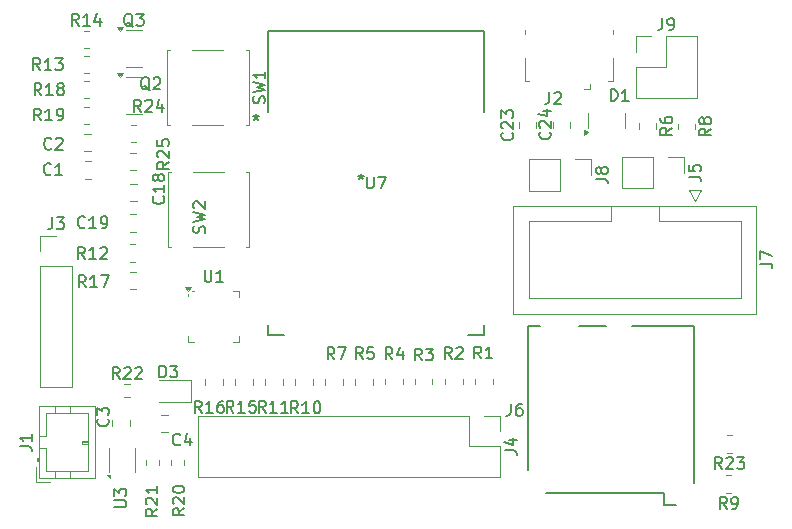
<source format=gto>
G04 #@! TF.GenerationSoftware,KiCad,Pcbnew,8.0.0*
G04 #@! TF.CreationDate,2024-04-09T13:51:30-05:00*
G04 #@! TF.ProjectId,esp32_example,65737033-325f-4657-9861-6d706c652e6b,rev?*
G04 #@! TF.SameCoordinates,Original*
G04 #@! TF.FileFunction,Legend,Top*
G04 #@! TF.FilePolarity,Positive*
%FSLAX46Y46*%
G04 Gerber Fmt 4.6, Leading zero omitted, Abs format (unit mm)*
G04 Created by KiCad (PCBNEW 8.0.0) date 2024-04-09 13:51:30*
%MOMM*%
%LPD*%
G01*
G04 APERTURE LIST*
%ADD10C,0.150000*%
%ADD11C,0.120000*%
%ADD12C,0.200000*%
%ADD13C,0.152400*%
G04 APERTURE END LIST*
D10*
X223515833Y-80954819D02*
X223182500Y-80478628D01*
X222944405Y-80954819D02*
X222944405Y-79954819D01*
X222944405Y-79954819D02*
X223325357Y-79954819D01*
X223325357Y-79954819D02*
X223420595Y-80002438D01*
X223420595Y-80002438D02*
X223468214Y-80050057D01*
X223468214Y-80050057D02*
X223515833Y-80145295D01*
X223515833Y-80145295D02*
X223515833Y-80288152D01*
X223515833Y-80288152D02*
X223468214Y-80383390D01*
X223468214Y-80383390D02*
X223420595Y-80431009D01*
X223420595Y-80431009D02*
X223325357Y-80478628D01*
X223325357Y-80478628D02*
X222944405Y-80478628D01*
X223992024Y-80954819D02*
X224182500Y-80954819D01*
X224182500Y-80954819D02*
X224277738Y-80907200D01*
X224277738Y-80907200D02*
X224325357Y-80859580D01*
X224325357Y-80859580D02*
X224420595Y-80716723D01*
X224420595Y-80716723D02*
X224468214Y-80526247D01*
X224468214Y-80526247D02*
X224468214Y-80145295D01*
X224468214Y-80145295D02*
X224420595Y-80050057D01*
X224420595Y-80050057D02*
X224372976Y-80002438D01*
X224372976Y-80002438D02*
X224277738Y-79954819D01*
X224277738Y-79954819D02*
X224087262Y-79954819D01*
X224087262Y-79954819D02*
X223992024Y-80002438D01*
X223992024Y-80002438D02*
X223944405Y-80050057D01*
X223944405Y-80050057D02*
X223896786Y-80145295D01*
X223896786Y-80145295D02*
X223896786Y-80383390D01*
X223896786Y-80383390D02*
X223944405Y-80478628D01*
X223944405Y-80478628D02*
X223992024Y-80526247D01*
X223992024Y-80526247D02*
X224087262Y-80573866D01*
X224087262Y-80573866D02*
X224277738Y-80573866D01*
X224277738Y-80573866D02*
X224372976Y-80526247D01*
X224372976Y-80526247D02*
X224420595Y-80478628D01*
X224420595Y-80478628D02*
X224468214Y-80383390D01*
X208496666Y-45674819D02*
X208496666Y-46389104D01*
X208496666Y-46389104D02*
X208449047Y-46531961D01*
X208449047Y-46531961D02*
X208353809Y-46627200D01*
X208353809Y-46627200D02*
X208210952Y-46674819D01*
X208210952Y-46674819D02*
X208115714Y-46674819D01*
X208925238Y-45770057D02*
X208972857Y-45722438D01*
X208972857Y-45722438D02*
X209068095Y-45674819D01*
X209068095Y-45674819D02*
X209306190Y-45674819D01*
X209306190Y-45674819D02*
X209401428Y-45722438D01*
X209401428Y-45722438D02*
X209449047Y-45770057D01*
X209449047Y-45770057D02*
X209496666Y-45865295D01*
X209496666Y-45865295D02*
X209496666Y-45960533D01*
X209496666Y-45960533D02*
X209449047Y-46103390D01*
X209449047Y-46103390D02*
X208877619Y-46674819D01*
X208877619Y-46674819D02*
X209496666Y-46674819D01*
X218066666Y-39404819D02*
X218066666Y-40119104D01*
X218066666Y-40119104D02*
X218019047Y-40261961D01*
X218019047Y-40261961D02*
X217923809Y-40357200D01*
X217923809Y-40357200D02*
X217780952Y-40404819D01*
X217780952Y-40404819D02*
X217685714Y-40404819D01*
X218590476Y-40404819D02*
X218780952Y-40404819D01*
X218780952Y-40404819D02*
X218876190Y-40357200D01*
X218876190Y-40357200D02*
X218923809Y-40309580D01*
X218923809Y-40309580D02*
X219019047Y-40166723D01*
X219019047Y-40166723D02*
X219066666Y-39976247D01*
X219066666Y-39976247D02*
X219066666Y-39595295D01*
X219066666Y-39595295D02*
X219019047Y-39500057D01*
X219019047Y-39500057D02*
X218971428Y-39452438D01*
X218971428Y-39452438D02*
X218876190Y-39404819D01*
X218876190Y-39404819D02*
X218685714Y-39404819D01*
X218685714Y-39404819D02*
X218590476Y-39452438D01*
X218590476Y-39452438D02*
X218542857Y-39500057D01*
X218542857Y-39500057D02*
X218495238Y-39595295D01*
X218495238Y-39595295D02*
X218495238Y-39833390D01*
X218495238Y-39833390D02*
X218542857Y-39928628D01*
X218542857Y-39928628D02*
X218590476Y-39976247D01*
X218590476Y-39976247D02*
X218685714Y-40023866D01*
X218685714Y-40023866D02*
X218876190Y-40023866D01*
X218876190Y-40023866D02*
X218971428Y-39976247D01*
X218971428Y-39976247D02*
X219019047Y-39928628D01*
X219019047Y-39928628D02*
X219066666Y-39833390D01*
X223079642Y-77574819D02*
X222746309Y-77098628D01*
X222508214Y-77574819D02*
X222508214Y-76574819D01*
X222508214Y-76574819D02*
X222889166Y-76574819D01*
X222889166Y-76574819D02*
X222984404Y-76622438D01*
X222984404Y-76622438D02*
X223032023Y-76670057D01*
X223032023Y-76670057D02*
X223079642Y-76765295D01*
X223079642Y-76765295D02*
X223079642Y-76908152D01*
X223079642Y-76908152D02*
X223032023Y-77003390D01*
X223032023Y-77003390D02*
X222984404Y-77051009D01*
X222984404Y-77051009D02*
X222889166Y-77098628D01*
X222889166Y-77098628D02*
X222508214Y-77098628D01*
X223460595Y-76670057D02*
X223508214Y-76622438D01*
X223508214Y-76622438D02*
X223603452Y-76574819D01*
X223603452Y-76574819D02*
X223841547Y-76574819D01*
X223841547Y-76574819D02*
X223936785Y-76622438D01*
X223936785Y-76622438D02*
X223984404Y-76670057D01*
X223984404Y-76670057D02*
X224032023Y-76765295D01*
X224032023Y-76765295D02*
X224032023Y-76860533D01*
X224032023Y-76860533D02*
X223984404Y-77003390D01*
X223984404Y-77003390D02*
X223412976Y-77574819D01*
X223412976Y-77574819D02*
X224032023Y-77574819D01*
X224365357Y-76574819D02*
X224984404Y-76574819D01*
X224984404Y-76574819D02*
X224651071Y-76955771D01*
X224651071Y-76955771D02*
X224793928Y-76955771D01*
X224793928Y-76955771D02*
X224889166Y-77003390D01*
X224889166Y-77003390D02*
X224936785Y-77051009D01*
X224936785Y-77051009D02*
X224984404Y-77146247D01*
X224984404Y-77146247D02*
X224984404Y-77384342D01*
X224984404Y-77384342D02*
X224936785Y-77479580D01*
X224936785Y-77479580D02*
X224889166Y-77527200D01*
X224889166Y-77527200D02*
X224793928Y-77574819D01*
X224793928Y-77574819D02*
X224508214Y-77574819D01*
X224508214Y-77574819D02*
X224412976Y-77527200D01*
X224412976Y-77527200D02*
X224365357Y-77479580D01*
X205231666Y-72059819D02*
X205231666Y-72774104D01*
X205231666Y-72774104D02*
X205184047Y-72916961D01*
X205184047Y-72916961D02*
X205088809Y-73012200D01*
X205088809Y-73012200D02*
X204945952Y-73059819D01*
X204945952Y-73059819D02*
X204850714Y-73059819D01*
X206136428Y-72059819D02*
X205945952Y-72059819D01*
X205945952Y-72059819D02*
X205850714Y-72107438D01*
X205850714Y-72107438D02*
X205803095Y-72155057D01*
X205803095Y-72155057D02*
X205707857Y-72297914D01*
X205707857Y-72297914D02*
X205660238Y-72488390D01*
X205660238Y-72488390D02*
X205660238Y-72869342D01*
X205660238Y-72869342D02*
X205707857Y-72964580D01*
X205707857Y-72964580D02*
X205755476Y-73012200D01*
X205755476Y-73012200D02*
X205850714Y-73059819D01*
X205850714Y-73059819D02*
X206041190Y-73059819D01*
X206041190Y-73059819D02*
X206136428Y-73012200D01*
X206136428Y-73012200D02*
X206184047Y-72964580D01*
X206184047Y-72964580D02*
X206231666Y-72869342D01*
X206231666Y-72869342D02*
X206231666Y-72631247D01*
X206231666Y-72631247D02*
X206184047Y-72536009D01*
X206184047Y-72536009D02*
X206136428Y-72488390D01*
X206136428Y-72488390D02*
X206041190Y-72440771D01*
X206041190Y-72440771D02*
X205850714Y-72440771D01*
X205850714Y-72440771D02*
X205755476Y-72488390D01*
X205755476Y-72488390D02*
X205707857Y-72536009D01*
X205707857Y-72536009D02*
X205660238Y-72631247D01*
X212454819Y-53023333D02*
X213169104Y-53023333D01*
X213169104Y-53023333D02*
X213311961Y-53070952D01*
X213311961Y-53070952D02*
X213407200Y-53166190D01*
X213407200Y-53166190D02*
X213454819Y-53309047D01*
X213454819Y-53309047D02*
X213454819Y-53404285D01*
X212883390Y-52404285D02*
X212835771Y-52499523D01*
X212835771Y-52499523D02*
X212788152Y-52547142D01*
X212788152Y-52547142D02*
X212692914Y-52594761D01*
X212692914Y-52594761D02*
X212645295Y-52594761D01*
X212645295Y-52594761D02*
X212550057Y-52547142D01*
X212550057Y-52547142D02*
X212502438Y-52499523D01*
X212502438Y-52499523D02*
X212454819Y-52404285D01*
X212454819Y-52404285D02*
X212454819Y-52213809D01*
X212454819Y-52213809D02*
X212502438Y-52118571D01*
X212502438Y-52118571D02*
X212550057Y-52070952D01*
X212550057Y-52070952D02*
X212645295Y-52023333D01*
X212645295Y-52023333D02*
X212692914Y-52023333D01*
X212692914Y-52023333D02*
X212788152Y-52070952D01*
X212788152Y-52070952D02*
X212835771Y-52118571D01*
X212835771Y-52118571D02*
X212883390Y-52213809D01*
X212883390Y-52213809D02*
X212883390Y-52404285D01*
X212883390Y-52404285D02*
X212931009Y-52499523D01*
X212931009Y-52499523D02*
X212978628Y-52547142D01*
X212978628Y-52547142D02*
X213073866Y-52594761D01*
X213073866Y-52594761D02*
X213264342Y-52594761D01*
X213264342Y-52594761D02*
X213359580Y-52547142D01*
X213359580Y-52547142D02*
X213407200Y-52499523D01*
X213407200Y-52499523D02*
X213454819Y-52404285D01*
X213454819Y-52404285D02*
X213454819Y-52213809D01*
X213454819Y-52213809D02*
X213407200Y-52118571D01*
X213407200Y-52118571D02*
X213359580Y-52070952D01*
X213359580Y-52070952D02*
X213264342Y-52023333D01*
X213264342Y-52023333D02*
X213073866Y-52023333D01*
X213073866Y-52023333D02*
X212978628Y-52070952D01*
X212978628Y-52070952D02*
X212931009Y-52118571D01*
X212931009Y-52118571D02*
X212883390Y-52213809D01*
X169147142Y-59784819D02*
X168813809Y-59308628D01*
X168575714Y-59784819D02*
X168575714Y-58784819D01*
X168575714Y-58784819D02*
X168956666Y-58784819D01*
X168956666Y-58784819D02*
X169051904Y-58832438D01*
X169051904Y-58832438D02*
X169099523Y-58880057D01*
X169099523Y-58880057D02*
X169147142Y-58975295D01*
X169147142Y-58975295D02*
X169147142Y-59118152D01*
X169147142Y-59118152D02*
X169099523Y-59213390D01*
X169099523Y-59213390D02*
X169051904Y-59261009D01*
X169051904Y-59261009D02*
X168956666Y-59308628D01*
X168956666Y-59308628D02*
X168575714Y-59308628D01*
X170099523Y-59784819D02*
X169528095Y-59784819D01*
X169813809Y-59784819D02*
X169813809Y-58784819D01*
X169813809Y-58784819D02*
X169718571Y-58927676D01*
X169718571Y-58927676D02*
X169623333Y-59022914D01*
X169623333Y-59022914D02*
X169528095Y-59070533D01*
X170480476Y-58880057D02*
X170528095Y-58832438D01*
X170528095Y-58832438D02*
X170623333Y-58784819D01*
X170623333Y-58784819D02*
X170861428Y-58784819D01*
X170861428Y-58784819D02*
X170956666Y-58832438D01*
X170956666Y-58832438D02*
X171004285Y-58880057D01*
X171004285Y-58880057D02*
X171051904Y-58975295D01*
X171051904Y-58975295D02*
X171051904Y-59070533D01*
X171051904Y-59070533D02*
X171004285Y-59213390D01*
X171004285Y-59213390D02*
X170432857Y-59784819D01*
X170432857Y-59784819D02*
X171051904Y-59784819D01*
X179297200Y-57593332D02*
X179344819Y-57450475D01*
X179344819Y-57450475D02*
X179344819Y-57212380D01*
X179344819Y-57212380D02*
X179297200Y-57117142D01*
X179297200Y-57117142D02*
X179249580Y-57069523D01*
X179249580Y-57069523D02*
X179154342Y-57021904D01*
X179154342Y-57021904D02*
X179059104Y-57021904D01*
X179059104Y-57021904D02*
X178963866Y-57069523D01*
X178963866Y-57069523D02*
X178916247Y-57117142D01*
X178916247Y-57117142D02*
X178868628Y-57212380D01*
X178868628Y-57212380D02*
X178821009Y-57402856D01*
X178821009Y-57402856D02*
X178773390Y-57498094D01*
X178773390Y-57498094D02*
X178725771Y-57545713D01*
X178725771Y-57545713D02*
X178630533Y-57593332D01*
X178630533Y-57593332D02*
X178535295Y-57593332D01*
X178535295Y-57593332D02*
X178440057Y-57545713D01*
X178440057Y-57545713D02*
X178392438Y-57498094D01*
X178392438Y-57498094D02*
X178344819Y-57402856D01*
X178344819Y-57402856D02*
X178344819Y-57164761D01*
X178344819Y-57164761D02*
X178392438Y-57021904D01*
X178344819Y-56688570D02*
X179344819Y-56450475D01*
X179344819Y-56450475D02*
X178630533Y-56259999D01*
X178630533Y-56259999D02*
X179344819Y-56069523D01*
X179344819Y-56069523D02*
X178344819Y-55831428D01*
X178440057Y-55498094D02*
X178392438Y-55450475D01*
X178392438Y-55450475D02*
X178344819Y-55355237D01*
X178344819Y-55355237D02*
X178344819Y-55117142D01*
X178344819Y-55117142D02*
X178392438Y-55021904D01*
X178392438Y-55021904D02*
X178440057Y-54974285D01*
X178440057Y-54974285D02*
X178535295Y-54926666D01*
X178535295Y-54926666D02*
X178630533Y-54926666D01*
X178630533Y-54926666D02*
X178773390Y-54974285D01*
X178773390Y-54974285D02*
X179344819Y-55545713D01*
X179344819Y-55545713D02*
X179344819Y-54926666D01*
X174664761Y-45520057D02*
X174569523Y-45472438D01*
X174569523Y-45472438D02*
X174474285Y-45377200D01*
X174474285Y-45377200D02*
X174331428Y-45234342D01*
X174331428Y-45234342D02*
X174236190Y-45186723D01*
X174236190Y-45186723D02*
X174140952Y-45186723D01*
X174188571Y-45424819D02*
X174093333Y-45377200D01*
X174093333Y-45377200D02*
X173998095Y-45281961D01*
X173998095Y-45281961D02*
X173950476Y-45091485D01*
X173950476Y-45091485D02*
X173950476Y-44758152D01*
X173950476Y-44758152D02*
X173998095Y-44567676D01*
X173998095Y-44567676D02*
X174093333Y-44472438D01*
X174093333Y-44472438D02*
X174188571Y-44424819D01*
X174188571Y-44424819D02*
X174379047Y-44424819D01*
X174379047Y-44424819D02*
X174474285Y-44472438D01*
X174474285Y-44472438D02*
X174569523Y-44567676D01*
X174569523Y-44567676D02*
X174617142Y-44758152D01*
X174617142Y-44758152D02*
X174617142Y-45091485D01*
X174617142Y-45091485D02*
X174569523Y-45281961D01*
X174569523Y-45281961D02*
X174474285Y-45377200D01*
X174474285Y-45377200D02*
X174379047Y-45424819D01*
X174379047Y-45424819D02*
X174188571Y-45424819D01*
X174998095Y-44520057D02*
X175045714Y-44472438D01*
X175045714Y-44472438D02*
X175140952Y-44424819D01*
X175140952Y-44424819D02*
X175379047Y-44424819D01*
X175379047Y-44424819D02*
X175474285Y-44472438D01*
X175474285Y-44472438D02*
X175521904Y-44520057D01*
X175521904Y-44520057D02*
X175569523Y-44615295D01*
X175569523Y-44615295D02*
X175569523Y-44710533D01*
X175569523Y-44710533D02*
X175521904Y-44853390D01*
X175521904Y-44853390D02*
X174950476Y-45424819D01*
X174950476Y-45424819D02*
X175569523Y-45424819D01*
X187197142Y-72854819D02*
X186863809Y-72378628D01*
X186625714Y-72854819D02*
X186625714Y-71854819D01*
X186625714Y-71854819D02*
X187006666Y-71854819D01*
X187006666Y-71854819D02*
X187101904Y-71902438D01*
X187101904Y-71902438D02*
X187149523Y-71950057D01*
X187149523Y-71950057D02*
X187197142Y-72045295D01*
X187197142Y-72045295D02*
X187197142Y-72188152D01*
X187197142Y-72188152D02*
X187149523Y-72283390D01*
X187149523Y-72283390D02*
X187101904Y-72331009D01*
X187101904Y-72331009D02*
X187006666Y-72378628D01*
X187006666Y-72378628D02*
X186625714Y-72378628D01*
X188149523Y-72854819D02*
X187578095Y-72854819D01*
X187863809Y-72854819D02*
X187863809Y-71854819D01*
X187863809Y-71854819D02*
X187768571Y-71997676D01*
X187768571Y-71997676D02*
X187673333Y-72092914D01*
X187673333Y-72092914D02*
X187578095Y-72140533D01*
X188768571Y-71854819D02*
X188863809Y-71854819D01*
X188863809Y-71854819D02*
X188959047Y-71902438D01*
X188959047Y-71902438D02*
X189006666Y-71950057D01*
X189006666Y-71950057D02*
X189054285Y-72045295D01*
X189054285Y-72045295D02*
X189101904Y-72235771D01*
X189101904Y-72235771D02*
X189101904Y-72473866D01*
X189101904Y-72473866D02*
X189054285Y-72664342D01*
X189054285Y-72664342D02*
X189006666Y-72759580D01*
X189006666Y-72759580D02*
X188959047Y-72807200D01*
X188959047Y-72807200D02*
X188863809Y-72854819D01*
X188863809Y-72854819D02*
X188768571Y-72854819D01*
X188768571Y-72854819D02*
X188673333Y-72807200D01*
X188673333Y-72807200D02*
X188625714Y-72759580D01*
X188625714Y-72759580D02*
X188578095Y-72664342D01*
X188578095Y-72664342D02*
X188530476Y-72473866D01*
X188530476Y-72473866D02*
X188530476Y-72235771D01*
X188530476Y-72235771D02*
X188578095Y-72045295D01*
X188578095Y-72045295D02*
X188625714Y-71950057D01*
X188625714Y-71950057D02*
X188673333Y-71902438D01*
X188673333Y-71902438D02*
X188768571Y-71854819D01*
X193040095Y-52820219D02*
X193040095Y-53629742D01*
X193040095Y-53629742D02*
X193087714Y-53724980D01*
X193087714Y-53724980D02*
X193135333Y-53772600D01*
X193135333Y-53772600D02*
X193230571Y-53820219D01*
X193230571Y-53820219D02*
X193421047Y-53820219D01*
X193421047Y-53820219D02*
X193516285Y-53772600D01*
X193516285Y-53772600D02*
X193563904Y-53724980D01*
X193563904Y-53724980D02*
X193611523Y-53629742D01*
X193611523Y-53629742D02*
X193611523Y-52820219D01*
X193992476Y-52820219D02*
X194659142Y-52820219D01*
X194659142Y-52820219D02*
X194230571Y-53820219D01*
X192550000Y-52614819D02*
X192550000Y-52852914D01*
X192311905Y-52757676D02*
X192550000Y-52852914D01*
X192550000Y-52852914D02*
X192788095Y-52757676D01*
X192407143Y-53043390D02*
X192550000Y-52852914D01*
X192550000Y-52852914D02*
X192692857Y-53043390D01*
X183667700Y-47560219D02*
X183667700Y-47798314D01*
X183429605Y-47703076D02*
X183667700Y-47798314D01*
X183667700Y-47798314D02*
X183905795Y-47703076D01*
X183524843Y-47988790D02*
X183667700Y-47798314D01*
X183667700Y-47798314D02*
X183810557Y-47988790D01*
X213701905Y-46424819D02*
X213701905Y-45424819D01*
X213701905Y-45424819D02*
X213940000Y-45424819D01*
X213940000Y-45424819D02*
X214082857Y-45472438D01*
X214082857Y-45472438D02*
X214178095Y-45567676D01*
X214178095Y-45567676D02*
X214225714Y-45662914D01*
X214225714Y-45662914D02*
X214273333Y-45853390D01*
X214273333Y-45853390D02*
X214273333Y-45996247D01*
X214273333Y-45996247D02*
X214225714Y-46186723D01*
X214225714Y-46186723D02*
X214178095Y-46281961D01*
X214178095Y-46281961D02*
X214082857Y-46377200D01*
X214082857Y-46377200D02*
X213940000Y-46424819D01*
X213940000Y-46424819D02*
X213701905Y-46424819D01*
X215225714Y-46424819D02*
X214654286Y-46424819D01*
X214940000Y-46424819D02*
X214940000Y-45424819D01*
X214940000Y-45424819D02*
X214844762Y-45567676D01*
X214844762Y-45567676D02*
X214749524Y-45662914D01*
X214749524Y-45662914D02*
X214654286Y-45710533D01*
X165377142Y-43804819D02*
X165043809Y-43328628D01*
X164805714Y-43804819D02*
X164805714Y-42804819D01*
X164805714Y-42804819D02*
X165186666Y-42804819D01*
X165186666Y-42804819D02*
X165281904Y-42852438D01*
X165281904Y-42852438D02*
X165329523Y-42900057D01*
X165329523Y-42900057D02*
X165377142Y-42995295D01*
X165377142Y-42995295D02*
X165377142Y-43138152D01*
X165377142Y-43138152D02*
X165329523Y-43233390D01*
X165329523Y-43233390D02*
X165281904Y-43281009D01*
X165281904Y-43281009D02*
X165186666Y-43328628D01*
X165186666Y-43328628D02*
X164805714Y-43328628D01*
X166329523Y-43804819D02*
X165758095Y-43804819D01*
X166043809Y-43804819D02*
X166043809Y-42804819D01*
X166043809Y-42804819D02*
X165948571Y-42947676D01*
X165948571Y-42947676D02*
X165853333Y-43042914D01*
X165853333Y-43042914D02*
X165758095Y-43090533D01*
X166662857Y-42804819D02*
X167281904Y-42804819D01*
X167281904Y-42804819D02*
X166948571Y-43185771D01*
X166948571Y-43185771D02*
X167091428Y-43185771D01*
X167091428Y-43185771D02*
X167186666Y-43233390D01*
X167186666Y-43233390D02*
X167234285Y-43281009D01*
X167234285Y-43281009D02*
X167281904Y-43376247D01*
X167281904Y-43376247D02*
X167281904Y-43614342D01*
X167281904Y-43614342D02*
X167234285Y-43709580D01*
X167234285Y-43709580D02*
X167186666Y-43757200D01*
X167186666Y-43757200D02*
X167091428Y-43804819D01*
X167091428Y-43804819D02*
X166805714Y-43804819D01*
X166805714Y-43804819D02*
X166710476Y-43757200D01*
X166710476Y-43757200D02*
X166662857Y-43709580D01*
X205340380Y-49108457D02*
X205388000Y-49156076D01*
X205388000Y-49156076D02*
X205435619Y-49298933D01*
X205435619Y-49298933D02*
X205435619Y-49394171D01*
X205435619Y-49394171D02*
X205388000Y-49537028D01*
X205388000Y-49537028D02*
X205292761Y-49632266D01*
X205292761Y-49632266D02*
X205197523Y-49679885D01*
X205197523Y-49679885D02*
X205007047Y-49727504D01*
X205007047Y-49727504D02*
X204864190Y-49727504D01*
X204864190Y-49727504D02*
X204673714Y-49679885D01*
X204673714Y-49679885D02*
X204578476Y-49632266D01*
X204578476Y-49632266D02*
X204483238Y-49537028D01*
X204483238Y-49537028D02*
X204435619Y-49394171D01*
X204435619Y-49394171D02*
X204435619Y-49298933D01*
X204435619Y-49298933D02*
X204483238Y-49156076D01*
X204483238Y-49156076D02*
X204530857Y-49108457D01*
X204530857Y-48727504D02*
X204483238Y-48679885D01*
X204483238Y-48679885D02*
X204435619Y-48584647D01*
X204435619Y-48584647D02*
X204435619Y-48346552D01*
X204435619Y-48346552D02*
X204483238Y-48251314D01*
X204483238Y-48251314D02*
X204530857Y-48203695D01*
X204530857Y-48203695D02*
X204626095Y-48156076D01*
X204626095Y-48156076D02*
X204721333Y-48156076D01*
X204721333Y-48156076D02*
X204864190Y-48203695D01*
X204864190Y-48203695D02*
X205435619Y-48775123D01*
X205435619Y-48775123D02*
X205435619Y-48156076D01*
X204435619Y-47822742D02*
X204435619Y-47203695D01*
X204435619Y-47203695D02*
X204816571Y-47537028D01*
X204816571Y-47537028D02*
X204816571Y-47394171D01*
X204816571Y-47394171D02*
X204864190Y-47298933D01*
X204864190Y-47298933D02*
X204911809Y-47251314D01*
X204911809Y-47251314D02*
X205007047Y-47203695D01*
X205007047Y-47203695D02*
X205245142Y-47203695D01*
X205245142Y-47203695D02*
X205340380Y-47251314D01*
X205340380Y-47251314D02*
X205388000Y-47298933D01*
X205388000Y-47298933D02*
X205435619Y-47394171D01*
X205435619Y-47394171D02*
X205435619Y-47679885D01*
X205435619Y-47679885D02*
X205388000Y-47775123D01*
X205388000Y-47775123D02*
X205340380Y-47822742D01*
X208519580Y-49052857D02*
X208567200Y-49100476D01*
X208567200Y-49100476D02*
X208614819Y-49243333D01*
X208614819Y-49243333D02*
X208614819Y-49338571D01*
X208614819Y-49338571D02*
X208567200Y-49481428D01*
X208567200Y-49481428D02*
X208471961Y-49576666D01*
X208471961Y-49576666D02*
X208376723Y-49624285D01*
X208376723Y-49624285D02*
X208186247Y-49671904D01*
X208186247Y-49671904D02*
X208043390Y-49671904D01*
X208043390Y-49671904D02*
X207852914Y-49624285D01*
X207852914Y-49624285D02*
X207757676Y-49576666D01*
X207757676Y-49576666D02*
X207662438Y-49481428D01*
X207662438Y-49481428D02*
X207614819Y-49338571D01*
X207614819Y-49338571D02*
X207614819Y-49243333D01*
X207614819Y-49243333D02*
X207662438Y-49100476D01*
X207662438Y-49100476D02*
X207710057Y-49052857D01*
X207710057Y-48671904D02*
X207662438Y-48624285D01*
X207662438Y-48624285D02*
X207614819Y-48529047D01*
X207614819Y-48529047D02*
X207614819Y-48290952D01*
X207614819Y-48290952D02*
X207662438Y-48195714D01*
X207662438Y-48195714D02*
X207710057Y-48148095D01*
X207710057Y-48148095D02*
X207805295Y-48100476D01*
X207805295Y-48100476D02*
X207900533Y-48100476D01*
X207900533Y-48100476D02*
X208043390Y-48148095D01*
X208043390Y-48148095D02*
X208614819Y-48719523D01*
X208614819Y-48719523D02*
X208614819Y-48100476D01*
X207948152Y-47243333D02*
X208614819Y-47243333D01*
X207567200Y-47481428D02*
X208281485Y-47719523D01*
X208281485Y-47719523D02*
X208281485Y-47100476D01*
X192693333Y-68264819D02*
X192360000Y-67788628D01*
X192121905Y-68264819D02*
X192121905Y-67264819D01*
X192121905Y-67264819D02*
X192502857Y-67264819D01*
X192502857Y-67264819D02*
X192598095Y-67312438D01*
X192598095Y-67312438D02*
X192645714Y-67360057D01*
X192645714Y-67360057D02*
X192693333Y-67455295D01*
X192693333Y-67455295D02*
X192693333Y-67598152D01*
X192693333Y-67598152D02*
X192645714Y-67693390D01*
X192645714Y-67693390D02*
X192598095Y-67741009D01*
X192598095Y-67741009D02*
X192502857Y-67788628D01*
X192502857Y-67788628D02*
X192121905Y-67788628D01*
X193598095Y-67264819D02*
X193121905Y-67264819D01*
X193121905Y-67264819D02*
X193074286Y-67741009D01*
X193074286Y-67741009D02*
X193121905Y-67693390D01*
X193121905Y-67693390D02*
X193217143Y-67645771D01*
X193217143Y-67645771D02*
X193455238Y-67645771D01*
X193455238Y-67645771D02*
X193550476Y-67693390D01*
X193550476Y-67693390D02*
X193598095Y-67741009D01*
X193598095Y-67741009D02*
X193645714Y-67836247D01*
X193645714Y-67836247D02*
X193645714Y-68074342D01*
X193645714Y-68074342D02*
X193598095Y-68169580D01*
X193598095Y-68169580D02*
X193550476Y-68217200D01*
X193550476Y-68217200D02*
X193455238Y-68264819D01*
X193455238Y-68264819D02*
X193217143Y-68264819D01*
X193217143Y-68264819D02*
X193121905Y-68217200D01*
X193121905Y-68217200D02*
X193074286Y-68169580D01*
X169237142Y-62184819D02*
X168903809Y-61708628D01*
X168665714Y-62184819D02*
X168665714Y-61184819D01*
X168665714Y-61184819D02*
X169046666Y-61184819D01*
X169046666Y-61184819D02*
X169141904Y-61232438D01*
X169141904Y-61232438D02*
X169189523Y-61280057D01*
X169189523Y-61280057D02*
X169237142Y-61375295D01*
X169237142Y-61375295D02*
X169237142Y-61518152D01*
X169237142Y-61518152D02*
X169189523Y-61613390D01*
X169189523Y-61613390D02*
X169141904Y-61661009D01*
X169141904Y-61661009D02*
X169046666Y-61708628D01*
X169046666Y-61708628D02*
X168665714Y-61708628D01*
X170189523Y-62184819D02*
X169618095Y-62184819D01*
X169903809Y-62184819D02*
X169903809Y-61184819D01*
X169903809Y-61184819D02*
X169808571Y-61327676D01*
X169808571Y-61327676D02*
X169713333Y-61422914D01*
X169713333Y-61422914D02*
X169618095Y-61470533D01*
X170522857Y-61184819D02*
X171189523Y-61184819D01*
X171189523Y-61184819D02*
X170760952Y-62184819D01*
X172102542Y-69967019D02*
X171769209Y-69490828D01*
X171531114Y-69967019D02*
X171531114Y-68967019D01*
X171531114Y-68967019D02*
X171912066Y-68967019D01*
X171912066Y-68967019D02*
X172007304Y-69014638D01*
X172007304Y-69014638D02*
X172054923Y-69062257D01*
X172054923Y-69062257D02*
X172102542Y-69157495D01*
X172102542Y-69157495D02*
X172102542Y-69300352D01*
X172102542Y-69300352D02*
X172054923Y-69395590D01*
X172054923Y-69395590D02*
X172007304Y-69443209D01*
X172007304Y-69443209D02*
X171912066Y-69490828D01*
X171912066Y-69490828D02*
X171531114Y-69490828D01*
X172483495Y-69062257D02*
X172531114Y-69014638D01*
X172531114Y-69014638D02*
X172626352Y-68967019D01*
X172626352Y-68967019D02*
X172864447Y-68967019D01*
X172864447Y-68967019D02*
X172959685Y-69014638D01*
X172959685Y-69014638D02*
X173007304Y-69062257D01*
X173007304Y-69062257D02*
X173054923Y-69157495D01*
X173054923Y-69157495D02*
X173054923Y-69252733D01*
X173054923Y-69252733D02*
X173007304Y-69395590D01*
X173007304Y-69395590D02*
X172435876Y-69967019D01*
X172435876Y-69967019D02*
X173054923Y-69967019D01*
X173435876Y-69062257D02*
X173483495Y-69014638D01*
X173483495Y-69014638D02*
X173578733Y-68967019D01*
X173578733Y-68967019D02*
X173816828Y-68967019D01*
X173816828Y-68967019D02*
X173912066Y-69014638D01*
X173912066Y-69014638D02*
X173959685Y-69062257D01*
X173959685Y-69062257D02*
X174007304Y-69157495D01*
X174007304Y-69157495D02*
X174007304Y-69252733D01*
X174007304Y-69252733D02*
X173959685Y-69395590D01*
X173959685Y-69395590D02*
X173388257Y-69967019D01*
X173388257Y-69967019D02*
X174007304Y-69967019D01*
X163653619Y-75653733D02*
X164367904Y-75653733D01*
X164367904Y-75653733D02*
X164510761Y-75701352D01*
X164510761Y-75701352D02*
X164606000Y-75796590D01*
X164606000Y-75796590D02*
X164653619Y-75939447D01*
X164653619Y-75939447D02*
X164653619Y-76034685D01*
X164653619Y-74653733D02*
X164653619Y-75225161D01*
X164653619Y-74939447D02*
X163653619Y-74939447D01*
X163653619Y-74939447D02*
X163796476Y-75034685D01*
X163796476Y-75034685D02*
X163891714Y-75129923D01*
X163891714Y-75129923D02*
X163939333Y-75225161D01*
X176294819Y-51572857D02*
X175818628Y-51906190D01*
X176294819Y-52144285D02*
X175294819Y-52144285D01*
X175294819Y-52144285D02*
X175294819Y-51763333D01*
X175294819Y-51763333D02*
X175342438Y-51668095D01*
X175342438Y-51668095D02*
X175390057Y-51620476D01*
X175390057Y-51620476D02*
X175485295Y-51572857D01*
X175485295Y-51572857D02*
X175628152Y-51572857D01*
X175628152Y-51572857D02*
X175723390Y-51620476D01*
X175723390Y-51620476D02*
X175771009Y-51668095D01*
X175771009Y-51668095D02*
X175818628Y-51763333D01*
X175818628Y-51763333D02*
X175818628Y-52144285D01*
X175390057Y-51191904D02*
X175342438Y-51144285D01*
X175342438Y-51144285D02*
X175294819Y-51049047D01*
X175294819Y-51049047D02*
X175294819Y-50810952D01*
X175294819Y-50810952D02*
X175342438Y-50715714D01*
X175342438Y-50715714D02*
X175390057Y-50668095D01*
X175390057Y-50668095D02*
X175485295Y-50620476D01*
X175485295Y-50620476D02*
X175580533Y-50620476D01*
X175580533Y-50620476D02*
X175723390Y-50668095D01*
X175723390Y-50668095D02*
X176294819Y-51239523D01*
X176294819Y-51239523D02*
X176294819Y-50620476D01*
X175294819Y-49715714D02*
X175294819Y-50191904D01*
X175294819Y-50191904D02*
X175771009Y-50239523D01*
X175771009Y-50239523D02*
X175723390Y-50191904D01*
X175723390Y-50191904D02*
X175675771Y-50096666D01*
X175675771Y-50096666D02*
X175675771Y-49858571D01*
X175675771Y-49858571D02*
X175723390Y-49763333D01*
X175723390Y-49763333D02*
X175771009Y-49715714D01*
X175771009Y-49715714D02*
X175866247Y-49668095D01*
X175866247Y-49668095D02*
X176104342Y-49668095D01*
X176104342Y-49668095D02*
X176199580Y-49715714D01*
X176199580Y-49715714D02*
X176247200Y-49763333D01*
X176247200Y-49763333D02*
X176294819Y-49858571D01*
X176294819Y-49858571D02*
X176294819Y-50096666D01*
X176294819Y-50096666D02*
X176247200Y-50191904D01*
X176247200Y-50191904D02*
X176199580Y-50239523D01*
X166333333Y-50439580D02*
X166285714Y-50487200D01*
X166285714Y-50487200D02*
X166142857Y-50534819D01*
X166142857Y-50534819D02*
X166047619Y-50534819D01*
X166047619Y-50534819D02*
X165904762Y-50487200D01*
X165904762Y-50487200D02*
X165809524Y-50391961D01*
X165809524Y-50391961D02*
X165761905Y-50296723D01*
X165761905Y-50296723D02*
X165714286Y-50106247D01*
X165714286Y-50106247D02*
X165714286Y-49963390D01*
X165714286Y-49963390D02*
X165761905Y-49772914D01*
X165761905Y-49772914D02*
X165809524Y-49677676D01*
X165809524Y-49677676D02*
X165904762Y-49582438D01*
X165904762Y-49582438D02*
X166047619Y-49534819D01*
X166047619Y-49534819D02*
X166142857Y-49534819D01*
X166142857Y-49534819D02*
X166285714Y-49582438D01*
X166285714Y-49582438D02*
X166333333Y-49630057D01*
X166714286Y-49630057D02*
X166761905Y-49582438D01*
X166761905Y-49582438D02*
X166857143Y-49534819D01*
X166857143Y-49534819D02*
X167095238Y-49534819D01*
X167095238Y-49534819D02*
X167190476Y-49582438D01*
X167190476Y-49582438D02*
X167238095Y-49630057D01*
X167238095Y-49630057D02*
X167285714Y-49725295D01*
X167285714Y-49725295D02*
X167285714Y-49820533D01*
X167285714Y-49820533D02*
X167238095Y-49963390D01*
X167238095Y-49963390D02*
X166666667Y-50534819D01*
X166666667Y-50534819D02*
X167285714Y-50534819D01*
X202723333Y-68214819D02*
X202390000Y-67738628D01*
X202151905Y-68214819D02*
X202151905Y-67214819D01*
X202151905Y-67214819D02*
X202532857Y-67214819D01*
X202532857Y-67214819D02*
X202628095Y-67262438D01*
X202628095Y-67262438D02*
X202675714Y-67310057D01*
X202675714Y-67310057D02*
X202723333Y-67405295D01*
X202723333Y-67405295D02*
X202723333Y-67548152D01*
X202723333Y-67548152D02*
X202675714Y-67643390D01*
X202675714Y-67643390D02*
X202628095Y-67691009D01*
X202628095Y-67691009D02*
X202532857Y-67738628D01*
X202532857Y-67738628D02*
X202151905Y-67738628D01*
X203675714Y-68214819D02*
X203104286Y-68214819D01*
X203390000Y-68214819D02*
X203390000Y-67214819D01*
X203390000Y-67214819D02*
X203294762Y-67357676D01*
X203294762Y-67357676D02*
X203199524Y-67452914D01*
X203199524Y-67452914D02*
X203104286Y-67500533D01*
X168648142Y-40029019D02*
X168314809Y-39552828D01*
X168076714Y-40029019D02*
X168076714Y-39029019D01*
X168076714Y-39029019D02*
X168457666Y-39029019D01*
X168457666Y-39029019D02*
X168552904Y-39076638D01*
X168552904Y-39076638D02*
X168600523Y-39124257D01*
X168600523Y-39124257D02*
X168648142Y-39219495D01*
X168648142Y-39219495D02*
X168648142Y-39362352D01*
X168648142Y-39362352D02*
X168600523Y-39457590D01*
X168600523Y-39457590D02*
X168552904Y-39505209D01*
X168552904Y-39505209D02*
X168457666Y-39552828D01*
X168457666Y-39552828D02*
X168076714Y-39552828D01*
X169600523Y-40029019D02*
X169029095Y-40029019D01*
X169314809Y-40029019D02*
X169314809Y-39029019D01*
X169314809Y-39029019D02*
X169219571Y-39171876D01*
X169219571Y-39171876D02*
X169124333Y-39267114D01*
X169124333Y-39267114D02*
X169029095Y-39314733D01*
X170457666Y-39362352D02*
X170457666Y-40029019D01*
X170219571Y-38981400D02*
X169981476Y-39695685D01*
X169981476Y-39695685D02*
X170600523Y-39695685D01*
X181747142Y-72794819D02*
X181413809Y-72318628D01*
X181175714Y-72794819D02*
X181175714Y-71794819D01*
X181175714Y-71794819D02*
X181556666Y-71794819D01*
X181556666Y-71794819D02*
X181651904Y-71842438D01*
X181651904Y-71842438D02*
X181699523Y-71890057D01*
X181699523Y-71890057D02*
X181747142Y-71985295D01*
X181747142Y-71985295D02*
X181747142Y-72128152D01*
X181747142Y-72128152D02*
X181699523Y-72223390D01*
X181699523Y-72223390D02*
X181651904Y-72271009D01*
X181651904Y-72271009D02*
X181556666Y-72318628D01*
X181556666Y-72318628D02*
X181175714Y-72318628D01*
X182699523Y-72794819D02*
X182128095Y-72794819D01*
X182413809Y-72794819D02*
X182413809Y-71794819D01*
X182413809Y-71794819D02*
X182318571Y-71937676D01*
X182318571Y-71937676D02*
X182223333Y-72032914D01*
X182223333Y-72032914D02*
X182128095Y-72080533D01*
X183604285Y-71794819D02*
X183128095Y-71794819D01*
X183128095Y-71794819D02*
X183080476Y-72271009D01*
X183080476Y-72271009D02*
X183128095Y-72223390D01*
X183128095Y-72223390D02*
X183223333Y-72175771D01*
X183223333Y-72175771D02*
X183461428Y-72175771D01*
X183461428Y-72175771D02*
X183556666Y-72223390D01*
X183556666Y-72223390D02*
X183604285Y-72271009D01*
X183604285Y-72271009D02*
X183651904Y-72366247D01*
X183651904Y-72366247D02*
X183651904Y-72604342D01*
X183651904Y-72604342D02*
X183604285Y-72699580D01*
X183604285Y-72699580D02*
X183556666Y-72747200D01*
X183556666Y-72747200D02*
X183461428Y-72794819D01*
X183461428Y-72794819D02*
X183223333Y-72794819D01*
X183223333Y-72794819D02*
X183128095Y-72747200D01*
X183128095Y-72747200D02*
X183080476Y-72699580D01*
X166293333Y-52599580D02*
X166245714Y-52647200D01*
X166245714Y-52647200D02*
X166102857Y-52694819D01*
X166102857Y-52694819D02*
X166007619Y-52694819D01*
X166007619Y-52694819D02*
X165864762Y-52647200D01*
X165864762Y-52647200D02*
X165769524Y-52551961D01*
X165769524Y-52551961D02*
X165721905Y-52456723D01*
X165721905Y-52456723D02*
X165674286Y-52266247D01*
X165674286Y-52266247D02*
X165674286Y-52123390D01*
X165674286Y-52123390D02*
X165721905Y-51932914D01*
X165721905Y-51932914D02*
X165769524Y-51837676D01*
X165769524Y-51837676D02*
X165864762Y-51742438D01*
X165864762Y-51742438D02*
X166007619Y-51694819D01*
X166007619Y-51694819D02*
X166102857Y-51694819D01*
X166102857Y-51694819D02*
X166245714Y-51742438D01*
X166245714Y-51742438D02*
X166293333Y-51790057D01*
X167245714Y-52694819D02*
X166674286Y-52694819D01*
X166960000Y-52694819D02*
X166960000Y-51694819D01*
X166960000Y-51694819D02*
X166864762Y-51837676D01*
X166864762Y-51837676D02*
X166769524Y-51932914D01*
X166769524Y-51932914D02*
X166674286Y-51980533D01*
X200213333Y-68264819D02*
X199880000Y-67788628D01*
X199641905Y-68264819D02*
X199641905Y-67264819D01*
X199641905Y-67264819D02*
X200022857Y-67264819D01*
X200022857Y-67264819D02*
X200118095Y-67312438D01*
X200118095Y-67312438D02*
X200165714Y-67360057D01*
X200165714Y-67360057D02*
X200213333Y-67455295D01*
X200213333Y-67455295D02*
X200213333Y-67598152D01*
X200213333Y-67598152D02*
X200165714Y-67693390D01*
X200165714Y-67693390D02*
X200118095Y-67741009D01*
X200118095Y-67741009D02*
X200022857Y-67788628D01*
X200022857Y-67788628D02*
X199641905Y-67788628D01*
X200594286Y-67360057D02*
X200641905Y-67312438D01*
X200641905Y-67312438D02*
X200737143Y-67264819D01*
X200737143Y-67264819D02*
X200975238Y-67264819D01*
X200975238Y-67264819D02*
X201070476Y-67312438D01*
X201070476Y-67312438D02*
X201118095Y-67360057D01*
X201118095Y-67360057D02*
X201165714Y-67455295D01*
X201165714Y-67455295D02*
X201165714Y-67550533D01*
X201165714Y-67550533D02*
X201118095Y-67693390D01*
X201118095Y-67693390D02*
X200546667Y-68264819D01*
X200546667Y-68264819D02*
X201165714Y-68264819D01*
X175481905Y-69814819D02*
X175481905Y-68814819D01*
X175481905Y-68814819D02*
X175720000Y-68814819D01*
X175720000Y-68814819D02*
X175862857Y-68862438D01*
X175862857Y-68862438D02*
X175958095Y-68957676D01*
X175958095Y-68957676D02*
X176005714Y-69052914D01*
X176005714Y-69052914D02*
X176053333Y-69243390D01*
X176053333Y-69243390D02*
X176053333Y-69386247D01*
X176053333Y-69386247D02*
X176005714Y-69576723D01*
X176005714Y-69576723D02*
X175958095Y-69671961D01*
X175958095Y-69671961D02*
X175862857Y-69767200D01*
X175862857Y-69767200D02*
X175720000Y-69814819D01*
X175720000Y-69814819D02*
X175481905Y-69814819D01*
X176386667Y-68814819D02*
X177005714Y-68814819D01*
X177005714Y-68814819D02*
X176672381Y-69195771D01*
X176672381Y-69195771D02*
X176815238Y-69195771D01*
X176815238Y-69195771D02*
X176910476Y-69243390D01*
X176910476Y-69243390D02*
X176958095Y-69291009D01*
X176958095Y-69291009D02*
X177005714Y-69386247D01*
X177005714Y-69386247D02*
X177005714Y-69624342D01*
X177005714Y-69624342D02*
X176958095Y-69719580D01*
X176958095Y-69719580D02*
X176910476Y-69767200D01*
X176910476Y-69767200D02*
X176815238Y-69814819D01*
X176815238Y-69814819D02*
X176529524Y-69814819D01*
X176529524Y-69814819D02*
X176434286Y-69767200D01*
X176434286Y-69767200D02*
X176386667Y-69719580D01*
X173907142Y-47324819D02*
X173573809Y-46848628D01*
X173335714Y-47324819D02*
X173335714Y-46324819D01*
X173335714Y-46324819D02*
X173716666Y-46324819D01*
X173716666Y-46324819D02*
X173811904Y-46372438D01*
X173811904Y-46372438D02*
X173859523Y-46420057D01*
X173859523Y-46420057D02*
X173907142Y-46515295D01*
X173907142Y-46515295D02*
X173907142Y-46658152D01*
X173907142Y-46658152D02*
X173859523Y-46753390D01*
X173859523Y-46753390D02*
X173811904Y-46801009D01*
X173811904Y-46801009D02*
X173716666Y-46848628D01*
X173716666Y-46848628D02*
X173335714Y-46848628D01*
X174288095Y-46420057D02*
X174335714Y-46372438D01*
X174335714Y-46372438D02*
X174430952Y-46324819D01*
X174430952Y-46324819D02*
X174669047Y-46324819D01*
X174669047Y-46324819D02*
X174764285Y-46372438D01*
X174764285Y-46372438D02*
X174811904Y-46420057D01*
X174811904Y-46420057D02*
X174859523Y-46515295D01*
X174859523Y-46515295D02*
X174859523Y-46610533D01*
X174859523Y-46610533D02*
X174811904Y-46753390D01*
X174811904Y-46753390D02*
X174240476Y-47324819D01*
X174240476Y-47324819D02*
X174859523Y-47324819D01*
X175716666Y-46658152D02*
X175716666Y-47324819D01*
X175478571Y-46277200D02*
X175240476Y-46991485D01*
X175240476Y-46991485D02*
X175859523Y-46991485D01*
X165487142Y-45924819D02*
X165153809Y-45448628D01*
X164915714Y-45924819D02*
X164915714Y-44924819D01*
X164915714Y-44924819D02*
X165296666Y-44924819D01*
X165296666Y-44924819D02*
X165391904Y-44972438D01*
X165391904Y-44972438D02*
X165439523Y-45020057D01*
X165439523Y-45020057D02*
X165487142Y-45115295D01*
X165487142Y-45115295D02*
X165487142Y-45258152D01*
X165487142Y-45258152D02*
X165439523Y-45353390D01*
X165439523Y-45353390D02*
X165391904Y-45401009D01*
X165391904Y-45401009D02*
X165296666Y-45448628D01*
X165296666Y-45448628D02*
X164915714Y-45448628D01*
X166439523Y-45924819D02*
X165868095Y-45924819D01*
X166153809Y-45924819D02*
X166153809Y-44924819D01*
X166153809Y-44924819D02*
X166058571Y-45067676D01*
X166058571Y-45067676D02*
X165963333Y-45162914D01*
X165963333Y-45162914D02*
X165868095Y-45210533D01*
X167010952Y-45353390D02*
X166915714Y-45305771D01*
X166915714Y-45305771D02*
X166868095Y-45258152D01*
X166868095Y-45258152D02*
X166820476Y-45162914D01*
X166820476Y-45162914D02*
X166820476Y-45115295D01*
X166820476Y-45115295D02*
X166868095Y-45020057D01*
X166868095Y-45020057D02*
X166915714Y-44972438D01*
X166915714Y-44972438D02*
X167010952Y-44924819D01*
X167010952Y-44924819D02*
X167201428Y-44924819D01*
X167201428Y-44924819D02*
X167296666Y-44972438D01*
X167296666Y-44972438D02*
X167344285Y-45020057D01*
X167344285Y-45020057D02*
X167391904Y-45115295D01*
X167391904Y-45115295D02*
X167391904Y-45162914D01*
X167391904Y-45162914D02*
X167344285Y-45258152D01*
X167344285Y-45258152D02*
X167296666Y-45305771D01*
X167296666Y-45305771D02*
X167201428Y-45353390D01*
X167201428Y-45353390D02*
X167010952Y-45353390D01*
X167010952Y-45353390D02*
X166915714Y-45401009D01*
X166915714Y-45401009D02*
X166868095Y-45448628D01*
X166868095Y-45448628D02*
X166820476Y-45543866D01*
X166820476Y-45543866D02*
X166820476Y-45734342D01*
X166820476Y-45734342D02*
X166868095Y-45829580D01*
X166868095Y-45829580D02*
X166915714Y-45877200D01*
X166915714Y-45877200D02*
X167010952Y-45924819D01*
X167010952Y-45924819D02*
X167201428Y-45924819D01*
X167201428Y-45924819D02*
X167296666Y-45877200D01*
X167296666Y-45877200D02*
X167344285Y-45829580D01*
X167344285Y-45829580D02*
X167391904Y-45734342D01*
X167391904Y-45734342D02*
X167391904Y-45543866D01*
X167391904Y-45543866D02*
X167344285Y-45448628D01*
X167344285Y-45448628D02*
X167296666Y-45401009D01*
X167296666Y-45401009D02*
X167201428Y-45353390D01*
X171119580Y-73326666D02*
X171167200Y-73374285D01*
X171167200Y-73374285D02*
X171214819Y-73517142D01*
X171214819Y-73517142D02*
X171214819Y-73612380D01*
X171214819Y-73612380D02*
X171167200Y-73755237D01*
X171167200Y-73755237D02*
X171071961Y-73850475D01*
X171071961Y-73850475D02*
X170976723Y-73898094D01*
X170976723Y-73898094D02*
X170786247Y-73945713D01*
X170786247Y-73945713D02*
X170643390Y-73945713D01*
X170643390Y-73945713D02*
X170452914Y-73898094D01*
X170452914Y-73898094D02*
X170357676Y-73850475D01*
X170357676Y-73850475D02*
X170262438Y-73755237D01*
X170262438Y-73755237D02*
X170214819Y-73612380D01*
X170214819Y-73612380D02*
X170214819Y-73517142D01*
X170214819Y-73517142D02*
X170262438Y-73374285D01*
X170262438Y-73374285D02*
X170310057Y-73326666D01*
X170214819Y-72993332D02*
X170214819Y-72374285D01*
X170214819Y-72374285D02*
X170595771Y-72707618D01*
X170595771Y-72707618D02*
X170595771Y-72564761D01*
X170595771Y-72564761D02*
X170643390Y-72469523D01*
X170643390Y-72469523D02*
X170691009Y-72421904D01*
X170691009Y-72421904D02*
X170786247Y-72374285D01*
X170786247Y-72374285D02*
X171024342Y-72374285D01*
X171024342Y-72374285D02*
X171119580Y-72421904D01*
X171119580Y-72421904D02*
X171167200Y-72469523D01*
X171167200Y-72469523D02*
X171214819Y-72564761D01*
X171214819Y-72564761D02*
X171214819Y-72850475D01*
X171214819Y-72850475D02*
X171167200Y-72945713D01*
X171167200Y-72945713D02*
X171119580Y-72993332D01*
X197683333Y-68384819D02*
X197350000Y-67908628D01*
X197111905Y-68384819D02*
X197111905Y-67384819D01*
X197111905Y-67384819D02*
X197492857Y-67384819D01*
X197492857Y-67384819D02*
X197588095Y-67432438D01*
X197588095Y-67432438D02*
X197635714Y-67480057D01*
X197635714Y-67480057D02*
X197683333Y-67575295D01*
X197683333Y-67575295D02*
X197683333Y-67718152D01*
X197683333Y-67718152D02*
X197635714Y-67813390D01*
X197635714Y-67813390D02*
X197588095Y-67861009D01*
X197588095Y-67861009D02*
X197492857Y-67908628D01*
X197492857Y-67908628D02*
X197111905Y-67908628D01*
X198016667Y-67384819D02*
X198635714Y-67384819D01*
X198635714Y-67384819D02*
X198302381Y-67765771D01*
X198302381Y-67765771D02*
X198445238Y-67765771D01*
X198445238Y-67765771D02*
X198540476Y-67813390D01*
X198540476Y-67813390D02*
X198588095Y-67861009D01*
X198588095Y-67861009D02*
X198635714Y-67956247D01*
X198635714Y-67956247D02*
X198635714Y-68194342D01*
X198635714Y-68194342D02*
X198588095Y-68289580D01*
X198588095Y-68289580D02*
X198540476Y-68337200D01*
X198540476Y-68337200D02*
X198445238Y-68384819D01*
X198445238Y-68384819D02*
X198159524Y-68384819D01*
X198159524Y-68384819D02*
X198064286Y-68337200D01*
X198064286Y-68337200D02*
X198016667Y-68289580D01*
X171674819Y-80811904D02*
X172484342Y-80811904D01*
X172484342Y-80811904D02*
X172579580Y-80764285D01*
X172579580Y-80764285D02*
X172627200Y-80716666D01*
X172627200Y-80716666D02*
X172674819Y-80621428D01*
X172674819Y-80621428D02*
X172674819Y-80430952D01*
X172674819Y-80430952D02*
X172627200Y-80335714D01*
X172627200Y-80335714D02*
X172579580Y-80288095D01*
X172579580Y-80288095D02*
X172484342Y-80240476D01*
X172484342Y-80240476D02*
X171674819Y-80240476D01*
X171674819Y-79859523D02*
X171674819Y-79240476D01*
X171674819Y-79240476D02*
X172055771Y-79573809D01*
X172055771Y-79573809D02*
X172055771Y-79430952D01*
X172055771Y-79430952D02*
X172103390Y-79335714D01*
X172103390Y-79335714D02*
X172151009Y-79288095D01*
X172151009Y-79288095D02*
X172246247Y-79240476D01*
X172246247Y-79240476D02*
X172484342Y-79240476D01*
X172484342Y-79240476D02*
X172579580Y-79288095D01*
X172579580Y-79288095D02*
X172627200Y-79335714D01*
X172627200Y-79335714D02*
X172674819Y-79430952D01*
X172674819Y-79430952D02*
X172674819Y-79716666D01*
X172674819Y-79716666D02*
X172627200Y-79811904D01*
X172627200Y-79811904D02*
X172579580Y-79859523D01*
X195203333Y-68284819D02*
X194870000Y-67808628D01*
X194631905Y-68284819D02*
X194631905Y-67284819D01*
X194631905Y-67284819D02*
X195012857Y-67284819D01*
X195012857Y-67284819D02*
X195108095Y-67332438D01*
X195108095Y-67332438D02*
X195155714Y-67380057D01*
X195155714Y-67380057D02*
X195203333Y-67475295D01*
X195203333Y-67475295D02*
X195203333Y-67618152D01*
X195203333Y-67618152D02*
X195155714Y-67713390D01*
X195155714Y-67713390D02*
X195108095Y-67761009D01*
X195108095Y-67761009D02*
X195012857Y-67808628D01*
X195012857Y-67808628D02*
X194631905Y-67808628D01*
X196060476Y-67618152D02*
X196060476Y-68284819D01*
X195822381Y-67237200D02*
X195584286Y-67951485D01*
X195584286Y-67951485D02*
X196203333Y-67951485D01*
X204730819Y-75999933D02*
X205445104Y-75999933D01*
X205445104Y-75999933D02*
X205587961Y-76047552D01*
X205587961Y-76047552D02*
X205683200Y-76142790D01*
X205683200Y-76142790D02*
X205730819Y-76285647D01*
X205730819Y-76285647D02*
X205730819Y-76380885D01*
X205064152Y-75095171D02*
X205730819Y-75095171D01*
X204683200Y-75333266D02*
X205397485Y-75571361D01*
X205397485Y-75571361D02*
X205397485Y-74952314D01*
X222184819Y-48756666D02*
X221708628Y-49089999D01*
X222184819Y-49328094D02*
X221184819Y-49328094D01*
X221184819Y-49328094D02*
X221184819Y-48947142D01*
X221184819Y-48947142D02*
X221232438Y-48851904D01*
X221232438Y-48851904D02*
X221280057Y-48804285D01*
X221280057Y-48804285D02*
X221375295Y-48756666D01*
X221375295Y-48756666D02*
X221518152Y-48756666D01*
X221518152Y-48756666D02*
X221613390Y-48804285D01*
X221613390Y-48804285D02*
X221661009Y-48851904D01*
X221661009Y-48851904D02*
X221708628Y-48947142D01*
X221708628Y-48947142D02*
X221708628Y-49328094D01*
X221613390Y-48185237D02*
X221565771Y-48280475D01*
X221565771Y-48280475D02*
X221518152Y-48328094D01*
X221518152Y-48328094D02*
X221422914Y-48375713D01*
X221422914Y-48375713D02*
X221375295Y-48375713D01*
X221375295Y-48375713D02*
X221280057Y-48328094D01*
X221280057Y-48328094D02*
X221232438Y-48280475D01*
X221232438Y-48280475D02*
X221184819Y-48185237D01*
X221184819Y-48185237D02*
X221184819Y-47994761D01*
X221184819Y-47994761D02*
X221232438Y-47899523D01*
X221232438Y-47899523D02*
X221280057Y-47851904D01*
X221280057Y-47851904D02*
X221375295Y-47804285D01*
X221375295Y-47804285D02*
X221422914Y-47804285D01*
X221422914Y-47804285D02*
X221518152Y-47851904D01*
X221518152Y-47851904D02*
X221565771Y-47899523D01*
X221565771Y-47899523D02*
X221613390Y-47994761D01*
X221613390Y-47994761D02*
X221613390Y-48185237D01*
X221613390Y-48185237D02*
X221661009Y-48280475D01*
X221661009Y-48280475D02*
X221708628Y-48328094D01*
X221708628Y-48328094D02*
X221803866Y-48375713D01*
X221803866Y-48375713D02*
X221994342Y-48375713D01*
X221994342Y-48375713D02*
X222089580Y-48328094D01*
X222089580Y-48328094D02*
X222137200Y-48280475D01*
X222137200Y-48280475D02*
X222184819Y-48185237D01*
X222184819Y-48185237D02*
X222184819Y-47994761D01*
X222184819Y-47994761D02*
X222137200Y-47899523D01*
X222137200Y-47899523D02*
X222089580Y-47851904D01*
X222089580Y-47851904D02*
X221994342Y-47804285D01*
X221994342Y-47804285D02*
X221803866Y-47804285D01*
X221803866Y-47804285D02*
X221708628Y-47851904D01*
X221708628Y-47851904D02*
X221661009Y-47899523D01*
X221661009Y-47899523D02*
X221613390Y-47994761D01*
X218884819Y-48696666D02*
X218408628Y-49029999D01*
X218884819Y-49268094D02*
X217884819Y-49268094D01*
X217884819Y-49268094D02*
X217884819Y-48887142D01*
X217884819Y-48887142D02*
X217932438Y-48791904D01*
X217932438Y-48791904D02*
X217980057Y-48744285D01*
X217980057Y-48744285D02*
X218075295Y-48696666D01*
X218075295Y-48696666D02*
X218218152Y-48696666D01*
X218218152Y-48696666D02*
X218313390Y-48744285D01*
X218313390Y-48744285D02*
X218361009Y-48791904D01*
X218361009Y-48791904D02*
X218408628Y-48887142D01*
X218408628Y-48887142D02*
X218408628Y-49268094D01*
X217884819Y-47839523D02*
X217884819Y-48029999D01*
X217884819Y-48029999D02*
X217932438Y-48125237D01*
X217932438Y-48125237D02*
X217980057Y-48172856D01*
X217980057Y-48172856D02*
X218122914Y-48268094D01*
X218122914Y-48268094D02*
X218313390Y-48315713D01*
X218313390Y-48315713D02*
X218694342Y-48315713D01*
X218694342Y-48315713D02*
X218789580Y-48268094D01*
X218789580Y-48268094D02*
X218837200Y-48220475D01*
X218837200Y-48220475D02*
X218884819Y-48125237D01*
X218884819Y-48125237D02*
X218884819Y-47934761D01*
X218884819Y-47934761D02*
X218837200Y-47839523D01*
X218837200Y-47839523D02*
X218789580Y-47791904D01*
X218789580Y-47791904D02*
X218694342Y-47744285D01*
X218694342Y-47744285D02*
X218456247Y-47744285D01*
X218456247Y-47744285D02*
X218361009Y-47791904D01*
X218361009Y-47791904D02*
X218313390Y-47839523D01*
X218313390Y-47839523D02*
X218265771Y-47934761D01*
X218265771Y-47934761D02*
X218265771Y-48125237D01*
X218265771Y-48125237D02*
X218313390Y-48220475D01*
X218313390Y-48220475D02*
X218361009Y-48268094D01*
X218361009Y-48268094D02*
X218456247Y-48315713D01*
X175304819Y-80942857D02*
X174828628Y-81276190D01*
X175304819Y-81514285D02*
X174304819Y-81514285D01*
X174304819Y-81514285D02*
X174304819Y-81133333D01*
X174304819Y-81133333D02*
X174352438Y-81038095D01*
X174352438Y-81038095D02*
X174400057Y-80990476D01*
X174400057Y-80990476D02*
X174495295Y-80942857D01*
X174495295Y-80942857D02*
X174638152Y-80942857D01*
X174638152Y-80942857D02*
X174733390Y-80990476D01*
X174733390Y-80990476D02*
X174781009Y-81038095D01*
X174781009Y-81038095D02*
X174828628Y-81133333D01*
X174828628Y-81133333D02*
X174828628Y-81514285D01*
X174400057Y-80561904D02*
X174352438Y-80514285D01*
X174352438Y-80514285D02*
X174304819Y-80419047D01*
X174304819Y-80419047D02*
X174304819Y-80180952D01*
X174304819Y-80180952D02*
X174352438Y-80085714D01*
X174352438Y-80085714D02*
X174400057Y-80038095D01*
X174400057Y-80038095D02*
X174495295Y-79990476D01*
X174495295Y-79990476D02*
X174590533Y-79990476D01*
X174590533Y-79990476D02*
X174733390Y-80038095D01*
X174733390Y-80038095D02*
X175304819Y-80609523D01*
X175304819Y-80609523D02*
X175304819Y-79990476D01*
X175304819Y-79038095D02*
X175304819Y-79609523D01*
X175304819Y-79323809D02*
X174304819Y-79323809D01*
X174304819Y-79323809D02*
X174447676Y-79419047D01*
X174447676Y-79419047D02*
X174542914Y-79514285D01*
X174542914Y-79514285D02*
X174590533Y-79609523D01*
X226364819Y-60203333D02*
X227079104Y-60203333D01*
X227079104Y-60203333D02*
X227221961Y-60250952D01*
X227221961Y-60250952D02*
X227317200Y-60346190D01*
X227317200Y-60346190D02*
X227364819Y-60489047D01*
X227364819Y-60489047D02*
X227364819Y-60584285D01*
X226364819Y-59822380D02*
X226364819Y-59155714D01*
X226364819Y-59155714D02*
X227364819Y-59584285D01*
X184467142Y-72794819D02*
X184133809Y-72318628D01*
X183895714Y-72794819D02*
X183895714Y-71794819D01*
X183895714Y-71794819D02*
X184276666Y-71794819D01*
X184276666Y-71794819D02*
X184371904Y-71842438D01*
X184371904Y-71842438D02*
X184419523Y-71890057D01*
X184419523Y-71890057D02*
X184467142Y-71985295D01*
X184467142Y-71985295D02*
X184467142Y-72128152D01*
X184467142Y-72128152D02*
X184419523Y-72223390D01*
X184419523Y-72223390D02*
X184371904Y-72271009D01*
X184371904Y-72271009D02*
X184276666Y-72318628D01*
X184276666Y-72318628D02*
X183895714Y-72318628D01*
X185419523Y-72794819D02*
X184848095Y-72794819D01*
X185133809Y-72794819D02*
X185133809Y-71794819D01*
X185133809Y-71794819D02*
X185038571Y-71937676D01*
X185038571Y-71937676D02*
X184943333Y-72032914D01*
X184943333Y-72032914D02*
X184848095Y-72080533D01*
X186371904Y-72794819D02*
X185800476Y-72794819D01*
X186086190Y-72794819D02*
X186086190Y-71794819D01*
X186086190Y-71794819D02*
X185990952Y-71937676D01*
X185990952Y-71937676D02*
X185895714Y-72032914D01*
X185895714Y-72032914D02*
X185800476Y-72080533D01*
X165437142Y-48064819D02*
X165103809Y-47588628D01*
X164865714Y-48064819D02*
X164865714Y-47064819D01*
X164865714Y-47064819D02*
X165246666Y-47064819D01*
X165246666Y-47064819D02*
X165341904Y-47112438D01*
X165341904Y-47112438D02*
X165389523Y-47160057D01*
X165389523Y-47160057D02*
X165437142Y-47255295D01*
X165437142Y-47255295D02*
X165437142Y-47398152D01*
X165437142Y-47398152D02*
X165389523Y-47493390D01*
X165389523Y-47493390D02*
X165341904Y-47541009D01*
X165341904Y-47541009D02*
X165246666Y-47588628D01*
X165246666Y-47588628D02*
X164865714Y-47588628D01*
X166389523Y-48064819D02*
X165818095Y-48064819D01*
X166103809Y-48064819D02*
X166103809Y-47064819D01*
X166103809Y-47064819D02*
X166008571Y-47207676D01*
X166008571Y-47207676D02*
X165913333Y-47302914D01*
X165913333Y-47302914D02*
X165818095Y-47350533D01*
X166865714Y-48064819D02*
X167056190Y-48064819D01*
X167056190Y-48064819D02*
X167151428Y-48017200D01*
X167151428Y-48017200D02*
X167199047Y-47969580D01*
X167199047Y-47969580D02*
X167294285Y-47826723D01*
X167294285Y-47826723D02*
X167341904Y-47636247D01*
X167341904Y-47636247D02*
X167341904Y-47255295D01*
X167341904Y-47255295D02*
X167294285Y-47160057D01*
X167294285Y-47160057D02*
X167246666Y-47112438D01*
X167246666Y-47112438D02*
X167151428Y-47064819D01*
X167151428Y-47064819D02*
X166960952Y-47064819D01*
X166960952Y-47064819D02*
X166865714Y-47112438D01*
X166865714Y-47112438D02*
X166818095Y-47160057D01*
X166818095Y-47160057D02*
X166770476Y-47255295D01*
X166770476Y-47255295D02*
X166770476Y-47493390D01*
X166770476Y-47493390D02*
X166818095Y-47588628D01*
X166818095Y-47588628D02*
X166865714Y-47636247D01*
X166865714Y-47636247D02*
X166960952Y-47683866D01*
X166960952Y-47683866D02*
X167151428Y-47683866D01*
X167151428Y-47683866D02*
X167246666Y-47636247D01*
X167246666Y-47636247D02*
X167294285Y-47588628D01*
X167294285Y-47588628D02*
X167341904Y-47493390D01*
X179047142Y-72814819D02*
X178713809Y-72338628D01*
X178475714Y-72814819D02*
X178475714Y-71814819D01*
X178475714Y-71814819D02*
X178856666Y-71814819D01*
X178856666Y-71814819D02*
X178951904Y-71862438D01*
X178951904Y-71862438D02*
X178999523Y-71910057D01*
X178999523Y-71910057D02*
X179047142Y-72005295D01*
X179047142Y-72005295D02*
X179047142Y-72148152D01*
X179047142Y-72148152D02*
X178999523Y-72243390D01*
X178999523Y-72243390D02*
X178951904Y-72291009D01*
X178951904Y-72291009D02*
X178856666Y-72338628D01*
X178856666Y-72338628D02*
X178475714Y-72338628D01*
X179999523Y-72814819D02*
X179428095Y-72814819D01*
X179713809Y-72814819D02*
X179713809Y-71814819D01*
X179713809Y-71814819D02*
X179618571Y-71957676D01*
X179618571Y-71957676D02*
X179523333Y-72052914D01*
X179523333Y-72052914D02*
X179428095Y-72100533D01*
X180856666Y-71814819D02*
X180666190Y-71814819D01*
X180666190Y-71814819D02*
X180570952Y-71862438D01*
X180570952Y-71862438D02*
X180523333Y-71910057D01*
X180523333Y-71910057D02*
X180428095Y-72052914D01*
X180428095Y-72052914D02*
X180380476Y-72243390D01*
X180380476Y-72243390D02*
X180380476Y-72624342D01*
X180380476Y-72624342D02*
X180428095Y-72719580D01*
X180428095Y-72719580D02*
X180475714Y-72767200D01*
X180475714Y-72767200D02*
X180570952Y-72814819D01*
X180570952Y-72814819D02*
X180761428Y-72814819D01*
X180761428Y-72814819D02*
X180856666Y-72767200D01*
X180856666Y-72767200D02*
X180904285Y-72719580D01*
X180904285Y-72719580D02*
X180951904Y-72624342D01*
X180951904Y-72624342D02*
X180951904Y-72386247D01*
X180951904Y-72386247D02*
X180904285Y-72291009D01*
X180904285Y-72291009D02*
X180856666Y-72243390D01*
X180856666Y-72243390D02*
X180761428Y-72195771D01*
X180761428Y-72195771D02*
X180570952Y-72195771D01*
X180570952Y-72195771D02*
X180475714Y-72243390D01*
X180475714Y-72243390D02*
X180428095Y-72291009D01*
X180428095Y-72291009D02*
X180380476Y-72386247D01*
X166392266Y-56281419D02*
X166392266Y-56995704D01*
X166392266Y-56995704D02*
X166344647Y-57138561D01*
X166344647Y-57138561D02*
X166249409Y-57233800D01*
X166249409Y-57233800D02*
X166106552Y-57281419D01*
X166106552Y-57281419D02*
X166011314Y-57281419D01*
X166773219Y-56281419D02*
X167392266Y-56281419D01*
X167392266Y-56281419D02*
X167058933Y-56662371D01*
X167058933Y-56662371D02*
X167201790Y-56662371D01*
X167201790Y-56662371D02*
X167297028Y-56709990D01*
X167297028Y-56709990D02*
X167344647Y-56757609D01*
X167344647Y-56757609D02*
X167392266Y-56852847D01*
X167392266Y-56852847D02*
X167392266Y-57090942D01*
X167392266Y-57090942D02*
X167344647Y-57186180D01*
X167344647Y-57186180D02*
X167297028Y-57233800D01*
X167297028Y-57233800D02*
X167201790Y-57281419D01*
X167201790Y-57281419D02*
X166916076Y-57281419D01*
X166916076Y-57281419D02*
X166820838Y-57233800D01*
X166820838Y-57233800D02*
X166773219Y-57186180D01*
X179304495Y-60734819D02*
X179304495Y-61544342D01*
X179304495Y-61544342D02*
X179352114Y-61639580D01*
X179352114Y-61639580D02*
X179399733Y-61687200D01*
X179399733Y-61687200D02*
X179494971Y-61734819D01*
X179494971Y-61734819D02*
X179685447Y-61734819D01*
X179685447Y-61734819D02*
X179780685Y-61687200D01*
X179780685Y-61687200D02*
X179828304Y-61639580D01*
X179828304Y-61639580D02*
X179875923Y-61544342D01*
X179875923Y-61544342D02*
X179875923Y-60734819D01*
X180875923Y-61734819D02*
X180304495Y-61734819D01*
X180590209Y-61734819D02*
X180590209Y-60734819D01*
X180590209Y-60734819D02*
X180494971Y-60877676D01*
X180494971Y-60877676D02*
X180399733Y-60972914D01*
X180399733Y-60972914D02*
X180304495Y-61020533D01*
X184367200Y-46603332D02*
X184414819Y-46460475D01*
X184414819Y-46460475D02*
X184414819Y-46222380D01*
X184414819Y-46222380D02*
X184367200Y-46127142D01*
X184367200Y-46127142D02*
X184319580Y-46079523D01*
X184319580Y-46079523D02*
X184224342Y-46031904D01*
X184224342Y-46031904D02*
X184129104Y-46031904D01*
X184129104Y-46031904D02*
X184033866Y-46079523D01*
X184033866Y-46079523D02*
X183986247Y-46127142D01*
X183986247Y-46127142D02*
X183938628Y-46222380D01*
X183938628Y-46222380D02*
X183891009Y-46412856D01*
X183891009Y-46412856D02*
X183843390Y-46508094D01*
X183843390Y-46508094D02*
X183795771Y-46555713D01*
X183795771Y-46555713D02*
X183700533Y-46603332D01*
X183700533Y-46603332D02*
X183605295Y-46603332D01*
X183605295Y-46603332D02*
X183510057Y-46555713D01*
X183510057Y-46555713D02*
X183462438Y-46508094D01*
X183462438Y-46508094D02*
X183414819Y-46412856D01*
X183414819Y-46412856D02*
X183414819Y-46174761D01*
X183414819Y-46174761D02*
X183462438Y-46031904D01*
X183414819Y-45698570D02*
X184414819Y-45460475D01*
X184414819Y-45460475D02*
X183700533Y-45269999D01*
X183700533Y-45269999D02*
X184414819Y-45079523D01*
X184414819Y-45079523D02*
X183414819Y-44841428D01*
X184414819Y-43936666D02*
X184414819Y-44508094D01*
X184414819Y-44222380D02*
X183414819Y-44222380D01*
X183414819Y-44222380D02*
X183557676Y-44317618D01*
X183557676Y-44317618D02*
X183652914Y-44412856D01*
X183652914Y-44412856D02*
X183700533Y-44508094D01*
X220309819Y-52813333D02*
X221024104Y-52813333D01*
X221024104Y-52813333D02*
X221166961Y-52860952D01*
X221166961Y-52860952D02*
X221262200Y-52956190D01*
X221262200Y-52956190D02*
X221309819Y-53099047D01*
X221309819Y-53099047D02*
X221309819Y-53194285D01*
X220309819Y-51860952D02*
X220309819Y-52337142D01*
X220309819Y-52337142D02*
X220786009Y-52384761D01*
X220786009Y-52384761D02*
X220738390Y-52337142D01*
X220738390Y-52337142D02*
X220690771Y-52241904D01*
X220690771Y-52241904D02*
X220690771Y-52003809D01*
X220690771Y-52003809D02*
X220738390Y-51908571D01*
X220738390Y-51908571D02*
X220786009Y-51860952D01*
X220786009Y-51860952D02*
X220881247Y-51813333D01*
X220881247Y-51813333D02*
X221119342Y-51813333D01*
X221119342Y-51813333D02*
X221214580Y-51860952D01*
X221214580Y-51860952D02*
X221262200Y-51908571D01*
X221262200Y-51908571D02*
X221309819Y-52003809D01*
X221309819Y-52003809D02*
X221309819Y-52241904D01*
X221309819Y-52241904D02*
X221262200Y-52337142D01*
X221262200Y-52337142D02*
X221214580Y-52384761D01*
X173234361Y-40136257D02*
X173139123Y-40088638D01*
X173139123Y-40088638D02*
X173043885Y-39993400D01*
X173043885Y-39993400D02*
X172901028Y-39850542D01*
X172901028Y-39850542D02*
X172805790Y-39802923D01*
X172805790Y-39802923D02*
X172710552Y-39802923D01*
X172758171Y-40041019D02*
X172662933Y-39993400D01*
X172662933Y-39993400D02*
X172567695Y-39898161D01*
X172567695Y-39898161D02*
X172520076Y-39707685D01*
X172520076Y-39707685D02*
X172520076Y-39374352D01*
X172520076Y-39374352D02*
X172567695Y-39183876D01*
X172567695Y-39183876D02*
X172662933Y-39088638D01*
X172662933Y-39088638D02*
X172758171Y-39041019D01*
X172758171Y-39041019D02*
X172948647Y-39041019D01*
X172948647Y-39041019D02*
X173043885Y-39088638D01*
X173043885Y-39088638D02*
X173139123Y-39183876D01*
X173139123Y-39183876D02*
X173186742Y-39374352D01*
X173186742Y-39374352D02*
X173186742Y-39707685D01*
X173186742Y-39707685D02*
X173139123Y-39898161D01*
X173139123Y-39898161D02*
X173043885Y-39993400D01*
X173043885Y-39993400D02*
X172948647Y-40041019D01*
X172948647Y-40041019D02*
X172758171Y-40041019D01*
X173520076Y-39041019D02*
X174139123Y-39041019D01*
X174139123Y-39041019D02*
X173805790Y-39421971D01*
X173805790Y-39421971D02*
X173948647Y-39421971D01*
X173948647Y-39421971D02*
X174043885Y-39469590D01*
X174043885Y-39469590D02*
X174091504Y-39517209D01*
X174091504Y-39517209D02*
X174139123Y-39612447D01*
X174139123Y-39612447D02*
X174139123Y-39850542D01*
X174139123Y-39850542D02*
X174091504Y-39945780D01*
X174091504Y-39945780D02*
X174043885Y-39993400D01*
X174043885Y-39993400D02*
X173948647Y-40041019D01*
X173948647Y-40041019D02*
X173662933Y-40041019D01*
X173662933Y-40041019D02*
X173567695Y-39993400D01*
X173567695Y-39993400D02*
X173520076Y-39945780D01*
X177594819Y-80912857D02*
X177118628Y-81246190D01*
X177594819Y-81484285D02*
X176594819Y-81484285D01*
X176594819Y-81484285D02*
X176594819Y-81103333D01*
X176594819Y-81103333D02*
X176642438Y-81008095D01*
X176642438Y-81008095D02*
X176690057Y-80960476D01*
X176690057Y-80960476D02*
X176785295Y-80912857D01*
X176785295Y-80912857D02*
X176928152Y-80912857D01*
X176928152Y-80912857D02*
X177023390Y-80960476D01*
X177023390Y-80960476D02*
X177071009Y-81008095D01*
X177071009Y-81008095D02*
X177118628Y-81103333D01*
X177118628Y-81103333D02*
X177118628Y-81484285D01*
X176690057Y-80531904D02*
X176642438Y-80484285D01*
X176642438Y-80484285D02*
X176594819Y-80389047D01*
X176594819Y-80389047D02*
X176594819Y-80150952D01*
X176594819Y-80150952D02*
X176642438Y-80055714D01*
X176642438Y-80055714D02*
X176690057Y-80008095D01*
X176690057Y-80008095D02*
X176785295Y-79960476D01*
X176785295Y-79960476D02*
X176880533Y-79960476D01*
X176880533Y-79960476D02*
X177023390Y-80008095D01*
X177023390Y-80008095D02*
X177594819Y-80579523D01*
X177594819Y-80579523D02*
X177594819Y-79960476D01*
X176594819Y-79341428D02*
X176594819Y-79246190D01*
X176594819Y-79246190D02*
X176642438Y-79150952D01*
X176642438Y-79150952D02*
X176690057Y-79103333D01*
X176690057Y-79103333D02*
X176785295Y-79055714D01*
X176785295Y-79055714D02*
X176975771Y-79008095D01*
X176975771Y-79008095D02*
X177213866Y-79008095D01*
X177213866Y-79008095D02*
X177404342Y-79055714D01*
X177404342Y-79055714D02*
X177499580Y-79103333D01*
X177499580Y-79103333D02*
X177547200Y-79150952D01*
X177547200Y-79150952D02*
X177594819Y-79246190D01*
X177594819Y-79246190D02*
X177594819Y-79341428D01*
X177594819Y-79341428D02*
X177547200Y-79436666D01*
X177547200Y-79436666D02*
X177499580Y-79484285D01*
X177499580Y-79484285D02*
X177404342Y-79531904D01*
X177404342Y-79531904D02*
X177213866Y-79579523D01*
X177213866Y-79579523D02*
X176975771Y-79579523D01*
X176975771Y-79579523D02*
X176785295Y-79531904D01*
X176785295Y-79531904D02*
X176690057Y-79484285D01*
X176690057Y-79484285D02*
X176642438Y-79436666D01*
X176642438Y-79436666D02*
X176594819Y-79341428D01*
X190293333Y-68284819D02*
X189960000Y-67808628D01*
X189721905Y-68284819D02*
X189721905Y-67284819D01*
X189721905Y-67284819D02*
X190102857Y-67284819D01*
X190102857Y-67284819D02*
X190198095Y-67332438D01*
X190198095Y-67332438D02*
X190245714Y-67380057D01*
X190245714Y-67380057D02*
X190293333Y-67475295D01*
X190293333Y-67475295D02*
X190293333Y-67618152D01*
X190293333Y-67618152D02*
X190245714Y-67713390D01*
X190245714Y-67713390D02*
X190198095Y-67761009D01*
X190198095Y-67761009D02*
X190102857Y-67808628D01*
X190102857Y-67808628D02*
X189721905Y-67808628D01*
X190626667Y-67284819D02*
X191293333Y-67284819D01*
X191293333Y-67284819D02*
X190864762Y-68284819D01*
X177233333Y-75489580D02*
X177185714Y-75537200D01*
X177185714Y-75537200D02*
X177042857Y-75584819D01*
X177042857Y-75584819D02*
X176947619Y-75584819D01*
X176947619Y-75584819D02*
X176804762Y-75537200D01*
X176804762Y-75537200D02*
X176709524Y-75441961D01*
X176709524Y-75441961D02*
X176661905Y-75346723D01*
X176661905Y-75346723D02*
X176614286Y-75156247D01*
X176614286Y-75156247D02*
X176614286Y-75013390D01*
X176614286Y-75013390D02*
X176661905Y-74822914D01*
X176661905Y-74822914D02*
X176709524Y-74727676D01*
X176709524Y-74727676D02*
X176804762Y-74632438D01*
X176804762Y-74632438D02*
X176947619Y-74584819D01*
X176947619Y-74584819D02*
X177042857Y-74584819D01*
X177042857Y-74584819D02*
X177185714Y-74632438D01*
X177185714Y-74632438D02*
X177233333Y-74680057D01*
X178090476Y-74918152D02*
X178090476Y-75584819D01*
X177852381Y-74537200D02*
X177614286Y-75251485D01*
X177614286Y-75251485D02*
X178233333Y-75251485D01*
X169167142Y-57089580D02*
X169119523Y-57137200D01*
X169119523Y-57137200D02*
X168976666Y-57184819D01*
X168976666Y-57184819D02*
X168881428Y-57184819D01*
X168881428Y-57184819D02*
X168738571Y-57137200D01*
X168738571Y-57137200D02*
X168643333Y-57041961D01*
X168643333Y-57041961D02*
X168595714Y-56946723D01*
X168595714Y-56946723D02*
X168548095Y-56756247D01*
X168548095Y-56756247D02*
X168548095Y-56613390D01*
X168548095Y-56613390D02*
X168595714Y-56422914D01*
X168595714Y-56422914D02*
X168643333Y-56327676D01*
X168643333Y-56327676D02*
X168738571Y-56232438D01*
X168738571Y-56232438D02*
X168881428Y-56184819D01*
X168881428Y-56184819D02*
X168976666Y-56184819D01*
X168976666Y-56184819D02*
X169119523Y-56232438D01*
X169119523Y-56232438D02*
X169167142Y-56280057D01*
X170119523Y-57184819D02*
X169548095Y-57184819D01*
X169833809Y-57184819D02*
X169833809Y-56184819D01*
X169833809Y-56184819D02*
X169738571Y-56327676D01*
X169738571Y-56327676D02*
X169643333Y-56422914D01*
X169643333Y-56422914D02*
X169548095Y-56470533D01*
X170595714Y-57184819D02*
X170786190Y-57184819D01*
X170786190Y-57184819D02*
X170881428Y-57137200D01*
X170881428Y-57137200D02*
X170929047Y-57089580D01*
X170929047Y-57089580D02*
X171024285Y-56946723D01*
X171024285Y-56946723D02*
X171071904Y-56756247D01*
X171071904Y-56756247D02*
X171071904Y-56375295D01*
X171071904Y-56375295D02*
X171024285Y-56280057D01*
X171024285Y-56280057D02*
X170976666Y-56232438D01*
X170976666Y-56232438D02*
X170881428Y-56184819D01*
X170881428Y-56184819D02*
X170690952Y-56184819D01*
X170690952Y-56184819D02*
X170595714Y-56232438D01*
X170595714Y-56232438D02*
X170548095Y-56280057D01*
X170548095Y-56280057D02*
X170500476Y-56375295D01*
X170500476Y-56375295D02*
X170500476Y-56613390D01*
X170500476Y-56613390D02*
X170548095Y-56708628D01*
X170548095Y-56708628D02*
X170595714Y-56756247D01*
X170595714Y-56756247D02*
X170690952Y-56803866D01*
X170690952Y-56803866D02*
X170881428Y-56803866D01*
X170881428Y-56803866D02*
X170976666Y-56756247D01*
X170976666Y-56756247D02*
X171024285Y-56708628D01*
X171024285Y-56708628D02*
X171071904Y-56613390D01*
X175799580Y-54502857D02*
X175847200Y-54550476D01*
X175847200Y-54550476D02*
X175894819Y-54693333D01*
X175894819Y-54693333D02*
X175894819Y-54788571D01*
X175894819Y-54788571D02*
X175847200Y-54931428D01*
X175847200Y-54931428D02*
X175751961Y-55026666D01*
X175751961Y-55026666D02*
X175656723Y-55074285D01*
X175656723Y-55074285D02*
X175466247Y-55121904D01*
X175466247Y-55121904D02*
X175323390Y-55121904D01*
X175323390Y-55121904D02*
X175132914Y-55074285D01*
X175132914Y-55074285D02*
X175037676Y-55026666D01*
X175037676Y-55026666D02*
X174942438Y-54931428D01*
X174942438Y-54931428D02*
X174894819Y-54788571D01*
X174894819Y-54788571D02*
X174894819Y-54693333D01*
X174894819Y-54693333D02*
X174942438Y-54550476D01*
X174942438Y-54550476D02*
X174990057Y-54502857D01*
X175894819Y-53550476D02*
X175894819Y-54121904D01*
X175894819Y-53836190D02*
X174894819Y-53836190D01*
X174894819Y-53836190D02*
X175037676Y-53931428D01*
X175037676Y-53931428D02*
X175132914Y-54026666D01*
X175132914Y-54026666D02*
X175180533Y-54121904D01*
X175323390Y-52979047D02*
X175275771Y-53074285D01*
X175275771Y-53074285D02*
X175228152Y-53121904D01*
X175228152Y-53121904D02*
X175132914Y-53169523D01*
X175132914Y-53169523D02*
X175085295Y-53169523D01*
X175085295Y-53169523D02*
X174990057Y-53121904D01*
X174990057Y-53121904D02*
X174942438Y-53074285D01*
X174942438Y-53074285D02*
X174894819Y-52979047D01*
X174894819Y-52979047D02*
X174894819Y-52788571D01*
X174894819Y-52788571D02*
X174942438Y-52693333D01*
X174942438Y-52693333D02*
X174990057Y-52645714D01*
X174990057Y-52645714D02*
X175085295Y-52598095D01*
X175085295Y-52598095D02*
X175132914Y-52598095D01*
X175132914Y-52598095D02*
X175228152Y-52645714D01*
X175228152Y-52645714D02*
X175275771Y-52693333D01*
X175275771Y-52693333D02*
X175323390Y-52788571D01*
X175323390Y-52788571D02*
X175323390Y-52979047D01*
X175323390Y-52979047D02*
X175371009Y-53074285D01*
X175371009Y-53074285D02*
X175418628Y-53121904D01*
X175418628Y-53121904D02*
X175513866Y-53169523D01*
X175513866Y-53169523D02*
X175704342Y-53169523D01*
X175704342Y-53169523D02*
X175799580Y-53121904D01*
X175799580Y-53121904D02*
X175847200Y-53074285D01*
X175847200Y-53074285D02*
X175894819Y-52979047D01*
X175894819Y-52979047D02*
X175894819Y-52788571D01*
X175894819Y-52788571D02*
X175847200Y-52693333D01*
X175847200Y-52693333D02*
X175799580Y-52645714D01*
X175799580Y-52645714D02*
X175704342Y-52598095D01*
X175704342Y-52598095D02*
X175513866Y-52598095D01*
X175513866Y-52598095D02*
X175418628Y-52645714D01*
X175418628Y-52645714D02*
X175371009Y-52693333D01*
X175371009Y-52693333D02*
X175323390Y-52788571D01*
D11*
G04 #@! TO.C,R9*
X223909564Y-79585000D02*
X223455436Y-79585000D01*
X223909564Y-78115000D02*
X223455436Y-78115000D01*
G04 #@! TO.C,J2*
X213910000Y-44720000D02*
X213490000Y-44720000D01*
X213910000Y-42740000D02*
X213910000Y-44720000D01*
X213910000Y-40370000D02*
X213910000Y-40770000D01*
X211910000Y-44950000D02*
X211910000Y-45400000D01*
X211460000Y-45400000D02*
X211910000Y-45400000D01*
X206390000Y-44720000D02*
X206810000Y-44720000D01*
X206390000Y-42740000D02*
X206390000Y-44720000D01*
X206390000Y-40770000D02*
X206390000Y-40370000D01*
G04 #@! TO.C,J9*
X221000000Y-40950000D02*
X221000000Y-46150000D01*
X218400000Y-43550000D02*
X218400000Y-40950000D01*
X218400000Y-40950000D02*
X221000000Y-40950000D01*
X215800000Y-46150000D02*
X221000000Y-46150000D01*
X215800000Y-43550000D02*
X218400000Y-43550000D01*
X215800000Y-43550000D02*
X215800000Y-46150000D01*
X215800000Y-42280000D02*
X215800000Y-40950000D01*
X215800000Y-40950000D02*
X217130000Y-40950000D01*
G04 #@! TO.C,R23*
X223949564Y-76205000D02*
X223495436Y-76205000D01*
X223949564Y-74735000D02*
X223495436Y-74735000D01*
D12*
G04 #@! TO.C,J6*
X207700000Y-65430000D02*
X206700000Y-65430000D01*
X213300000Y-65430000D02*
X211000000Y-65430000D01*
X220700000Y-65430000D02*
X215500000Y-65430000D01*
X220700000Y-78730000D02*
X220700000Y-65430000D01*
X218200000Y-80630000D02*
X219200000Y-80630000D01*
X218200000Y-79630000D02*
X218200000Y-80630000D01*
X208200000Y-79630000D02*
X218200000Y-79630000D01*
X206700000Y-65430000D02*
X206700000Y-77630000D01*
D11*
G04 #@! TO.C,J8*
X209400000Y-54020000D02*
X206800000Y-54020000D01*
X206800000Y-51360000D02*
X206800000Y-54020000D01*
X209400000Y-51360000D02*
X209400000Y-54020000D01*
X209400000Y-51360000D02*
X206800000Y-51360000D01*
X210670000Y-51360000D02*
X212000000Y-51360000D01*
X212000000Y-51360000D02*
X212000000Y-52690000D01*
G04 #@! TO.C,R12*
X173429664Y-58548600D02*
X172975536Y-58548600D01*
X173429664Y-60018600D02*
X172975536Y-60018600D01*
G04 #@! TO.C,SW2*
X176191600Y-52465400D02*
X176441600Y-52465400D01*
X176191600Y-58765400D02*
X176191600Y-52465400D01*
X176441600Y-58765400D02*
X176191600Y-58765400D01*
X178341600Y-52465400D02*
X180941600Y-52465400D01*
X180941600Y-58765400D02*
X178341600Y-58765400D01*
X182841600Y-52465400D02*
X183091600Y-52465400D01*
X183091600Y-52465400D02*
X183091600Y-58765400D01*
X183091600Y-58765400D02*
X182841600Y-58765400D01*
G04 #@! TO.C,Q2*
X173331900Y-44363200D02*
X172681900Y-44363200D01*
X173331900Y-44363200D02*
X173981900Y-44363200D01*
X173331900Y-47483200D02*
X172681900Y-47483200D01*
X173331900Y-47483200D02*
X173981900Y-47483200D01*
X172169400Y-44413200D02*
X171929400Y-44083200D01*
X172409400Y-44083200D01*
X172169400Y-44413200D01*
G36*
X172169400Y-44413200D02*
G01*
X171929400Y-44083200D01*
X172409400Y-44083200D01*
X172169400Y-44413200D01*
G37*
G04 #@! TO.C,R10*
X186971000Y-70432664D02*
X186971000Y-69978536D01*
X188441000Y-70432664D02*
X188441000Y-69978536D01*
D13*
G04 #@! TO.C,U7*
X184670700Y-40487600D02*
X202933300Y-40487600D01*
X184670700Y-47328160D02*
X184670700Y-40487600D01*
X184670700Y-66243200D02*
X184670700Y-65392640D01*
X186039760Y-66243200D02*
X184670700Y-66243200D01*
X202933300Y-40487600D02*
X202933300Y-47328160D01*
X202933300Y-65392640D02*
X202933300Y-66243200D01*
X202933300Y-66243200D02*
X201564240Y-66243200D01*
D11*
G04 #@! TO.C,D1*
X211791500Y-49084600D02*
X211461500Y-49324600D01*
X211461500Y-48844600D01*
X211791500Y-49084600D01*
G36*
X211791500Y-49084600D02*
G01*
X211461500Y-49324600D01*
X211461500Y-48844600D01*
X211791500Y-49084600D01*
G37*
X211741500Y-47434600D02*
X211741500Y-48704600D01*
X214861500Y-48734600D02*
X214861500Y-47434600D01*
G04 #@! TO.C,R13*
X169063936Y-42597400D02*
X169518064Y-42597400D01*
X169063936Y-44067400D02*
X169518064Y-44067400D01*
G04 #@! TO.C,C23*
X207395800Y-48726852D02*
X207395800Y-48204348D01*
X205925800Y-48726852D02*
X205925800Y-48204348D01*
G04 #@! TO.C,C24*
X210240600Y-48701452D02*
X210240600Y-48178948D01*
X208770600Y-48701452D02*
X208770600Y-48178948D01*
G04 #@! TO.C,R5*
X192051000Y-70432664D02*
X192051000Y-69978536D01*
X193521000Y-70432664D02*
X193521000Y-69978536D01*
G04 #@! TO.C,R17*
X173455064Y-60885400D02*
X173000936Y-60885400D01*
X173455064Y-62355400D02*
X173000936Y-62355400D01*
G04 #@! TO.C,R22*
X172508142Y-70419700D02*
X172982658Y-70419700D01*
X172508142Y-71464700D02*
X172982658Y-71464700D01*
G04 #@! TO.C,J1*
X164988800Y-77430400D02*
X164988800Y-78680400D01*
X164988800Y-78680400D02*
X166238800Y-78680400D01*
X165088800Y-76620400D02*
X165088800Y-76920400D01*
X165088800Y-76920400D02*
X165288800Y-76920400D01*
X165188800Y-76620400D02*
X165188800Y-76920400D01*
X165288800Y-72260400D02*
X165288800Y-78380400D01*
X165288800Y-75820400D02*
X165898800Y-75820400D01*
X165288800Y-76620400D02*
X165088800Y-76620400D01*
X165288800Y-78380400D02*
X170008800Y-78380400D01*
X165898800Y-72870400D02*
X165898800Y-74820400D01*
X165898800Y-74820400D02*
X165288800Y-74820400D01*
X165898800Y-75820400D02*
X165898800Y-77770400D01*
X165898800Y-77770400D02*
X169398800Y-77770400D01*
X166598800Y-72260400D02*
X166598800Y-72870400D01*
X166598800Y-78380400D02*
X166598800Y-77770400D01*
X167898800Y-72260400D02*
X167898800Y-72870400D01*
X167898800Y-78380400D02*
X167898800Y-77770400D01*
X168898800Y-75220400D02*
X169398800Y-75220400D01*
X168898800Y-75420400D02*
X168898800Y-75220400D01*
X169398800Y-72870400D02*
X165898800Y-72870400D01*
X169398800Y-75320400D02*
X168898800Y-75320400D01*
X169398800Y-75420400D02*
X168898800Y-75420400D01*
X169398800Y-77770400D02*
X169398800Y-72870400D01*
X170008800Y-72260400D02*
X165288800Y-72260400D01*
X170008800Y-78380400D02*
X170008800Y-72260400D01*
G04 #@! TO.C,R25*
X173000936Y-50827000D02*
X173455064Y-50827000D01*
X173000936Y-52297000D02*
X173455064Y-52297000D01*
G04 #@! TO.C,C2*
X169653852Y-49176000D02*
X169131348Y-49176000D01*
X169653852Y-50646000D02*
X169131348Y-50646000D01*
G04 #@! TO.C,R1*
X202211000Y-70407264D02*
X202211000Y-69953136D01*
X203681000Y-70407264D02*
X203681000Y-69953136D01*
G04 #@! TO.C,R14*
X169063936Y-41959200D02*
X169518064Y-41959200D01*
X169063936Y-40489200D02*
X169518064Y-40489200D01*
G04 #@! TO.C,R15*
X181916400Y-70432664D02*
X181916400Y-69978536D01*
X183386400Y-70432664D02*
X183386400Y-69978536D01*
G04 #@! TO.C,C1*
X169704652Y-51512800D02*
X169182148Y-51512800D01*
X169704652Y-52982800D02*
X169182148Y-52982800D01*
G04 #@! TO.C,R2*
X199696400Y-70407264D02*
X199696400Y-69953136D01*
X201166400Y-70407264D02*
X201166400Y-69953136D01*
G04 #@! TO.C,D3*
X175453800Y-71927600D02*
X178138800Y-71927600D01*
X178138800Y-70007600D02*
X175453800Y-70007600D01*
X178138800Y-71927600D02*
X178138800Y-70007600D01*
G04 #@! TO.C,R24*
X173051736Y-48439400D02*
X173505864Y-48439400D01*
X173051736Y-49909400D02*
X173505864Y-49909400D01*
G04 #@! TO.C,R18*
X169518064Y-44705600D02*
X169063936Y-44705600D01*
X169518064Y-46175600D02*
X169063936Y-46175600D01*
G04 #@! TO.C,C3*
X171477000Y-73946652D02*
X171477000Y-73424148D01*
X172947000Y-73946652D02*
X172947000Y-73424148D01*
G04 #@! TO.C,R3*
X197105600Y-70407264D02*
X197105600Y-69953136D01*
X198575600Y-70407264D02*
X198575600Y-69953136D01*
G04 #@! TO.C,U3*
X171214000Y-77808100D02*
X171214000Y-75808100D01*
X173434000Y-77808100D02*
X173434000Y-75808100D01*
X171314000Y-78328100D02*
X171034000Y-78048100D01*
X171314000Y-78048100D01*
X171314000Y-78328100D01*
G36*
X171314000Y-78328100D02*
G01*
X171034000Y-78048100D01*
X171314000Y-78048100D01*
X171314000Y-78328100D01*
G37*
G04 #@! TO.C,R4*
X194591000Y-70407264D02*
X194591000Y-69953136D01*
X196061000Y-70407264D02*
X196061000Y-69953136D01*
G04 #@! TO.C,J4*
X178756000Y-73066600D02*
X178756000Y-78266600D01*
X201676000Y-73066600D02*
X178756000Y-73066600D01*
X201676000Y-73066600D02*
X201676000Y-75666600D01*
X201676000Y-75666600D02*
X204276000Y-75666600D01*
X202946000Y-73066600D02*
X204276000Y-73066600D01*
X204276000Y-73066600D02*
X204276000Y-74396600D01*
X204276000Y-75666600D02*
X204276000Y-78266600D01*
X204276000Y-78266600D02*
X178756000Y-78266600D01*
G04 #@! TO.C,R8*
X220815000Y-48362936D02*
X220815000Y-48817064D01*
X219345000Y-48362936D02*
X219345000Y-48817064D01*
G04 #@! TO.C,R6*
X216045000Y-48302936D02*
X216045000Y-48757064D01*
X217515000Y-48302936D02*
X217515000Y-48757064D01*
G04 #@! TO.C,R21*
X174356500Y-76775542D02*
X174356500Y-77250058D01*
X175401500Y-76775542D02*
X175401500Y-77250058D01*
G04 #@! TO.C,J7*
X221310000Y-53920000D02*
X220310000Y-53920000D01*
X220310000Y-53920000D02*
X220810000Y-54920000D01*
X220810000Y-54920000D02*
X221310000Y-53920000D01*
X226020000Y-55310000D02*
X226020000Y-64430000D01*
X217780000Y-55310000D02*
X217780000Y-56620000D01*
X205440000Y-55310000D02*
X226020000Y-55310000D01*
X224720000Y-56620000D02*
X224720000Y-63120000D01*
X217780000Y-56620000D02*
X224720000Y-56620000D01*
X213680000Y-56620000D02*
X213680000Y-55310000D01*
X213680000Y-56620000D02*
X213680000Y-56620000D01*
X206740000Y-56620000D02*
X213680000Y-56620000D01*
X224720000Y-63120000D02*
X206740000Y-63120000D01*
X206740000Y-63120000D02*
X206740000Y-56620000D01*
X226020000Y-64430000D02*
X205440000Y-64430000D01*
X205440000Y-64430000D02*
X205440000Y-55310000D01*
G04 #@! TO.C,R11*
X184431000Y-70432664D02*
X184431000Y-69978536D01*
X185901000Y-70432664D02*
X185901000Y-69978536D01*
G04 #@! TO.C,R19*
X169063936Y-46890000D02*
X169518064Y-46890000D01*
X169063936Y-48360000D02*
X169518064Y-48360000D01*
G04 #@! TO.C,R16*
X179351000Y-70432664D02*
X179351000Y-69978536D01*
X180821000Y-70432664D02*
X180821000Y-69978536D01*
G04 #@! TO.C,J3*
X165395600Y-57826600D02*
X166725600Y-57826600D01*
X165395600Y-59156600D02*
X165395600Y-57826600D01*
X165395600Y-60426600D02*
X165395600Y-70646600D01*
X165395600Y-60426600D02*
X168055600Y-60426600D01*
X165395600Y-70646600D02*
X168055600Y-70646600D01*
X168055600Y-60426600D02*
X168055600Y-70646600D01*
G04 #@! TO.C,U1*
X177916400Y-62970000D02*
X177916400Y-62745000D01*
X177916400Y-66805000D02*
X177916400Y-66280000D01*
X177916400Y-66805000D02*
X178441400Y-66805000D01*
X178441400Y-62505000D02*
X178216400Y-62505000D01*
X182216400Y-62505000D02*
X181691400Y-62505000D01*
X182216400Y-62505000D02*
X182216400Y-63030000D01*
X182216400Y-66805000D02*
X181691400Y-66805000D01*
X182216400Y-66805000D02*
X182216400Y-66280000D01*
X177916400Y-62505000D02*
X177676400Y-62175000D01*
X178156400Y-62175000D01*
X177916400Y-62505000D01*
G36*
X177916400Y-62505000D02*
G01*
X177676400Y-62175000D01*
X178156400Y-62175000D01*
X177916400Y-62505000D01*
G37*
G04 #@! TO.C,SW1*
X176128000Y-42138200D02*
X176378000Y-42138200D01*
X176128000Y-48438200D02*
X176128000Y-42138200D01*
X176378000Y-48438200D02*
X176128000Y-48438200D01*
X178278000Y-42138200D02*
X180878000Y-42138200D01*
X180878000Y-48438200D02*
X178278000Y-48438200D01*
X182778000Y-42138200D02*
X183028000Y-42138200D01*
X183028000Y-42138200D02*
X183028000Y-48438200D01*
X183028000Y-48438200D02*
X182778000Y-48438200D01*
G04 #@! TO.C,J5*
X217255000Y-53810000D02*
X214655000Y-53810000D01*
X214655000Y-51150000D02*
X214655000Y-53810000D01*
X217255000Y-51150000D02*
X217255000Y-53810000D01*
X217255000Y-51150000D02*
X214655000Y-51150000D01*
X218525000Y-51150000D02*
X219855000Y-51150000D01*
X219855000Y-51150000D02*
X219855000Y-52480000D01*
G04 #@! TO.C,Q3*
X173329600Y-40426200D02*
X172679600Y-40426200D01*
X173329600Y-40426200D02*
X173979600Y-40426200D01*
X173329600Y-43546200D02*
X172679600Y-43546200D01*
X173329600Y-43546200D02*
X173979600Y-43546200D01*
X172167100Y-40476200D02*
X171927100Y-40146200D01*
X172407100Y-40146200D01*
X172167100Y-40476200D01*
G36*
X172167100Y-40476200D02*
G01*
X171927100Y-40146200D01*
X172407100Y-40146200D01*
X172167100Y-40476200D01*
G37*
G04 #@! TO.C,R20*
X176490100Y-77250058D02*
X176490100Y-76775542D01*
X177535100Y-77250058D02*
X177535100Y-76775542D01*
G04 #@! TO.C,R7*
X189511000Y-70432664D02*
X189511000Y-69978536D01*
X190981000Y-70432664D02*
X190981000Y-69978536D01*
G04 #@! TO.C,C4*
X175648948Y-72975800D02*
X176171452Y-72975800D01*
X175648948Y-74445800D02*
X176171452Y-74445800D01*
G04 #@! TO.C,C19*
X173514652Y-56008600D02*
X172992148Y-56008600D01*
X173514652Y-57478600D02*
X172992148Y-57478600D01*
G04 #@! TO.C,C18*
X173017548Y-53417800D02*
X173540052Y-53417800D01*
X173017548Y-54887800D02*
X173540052Y-54887800D01*
G04 #@! TD*
M02*

</source>
